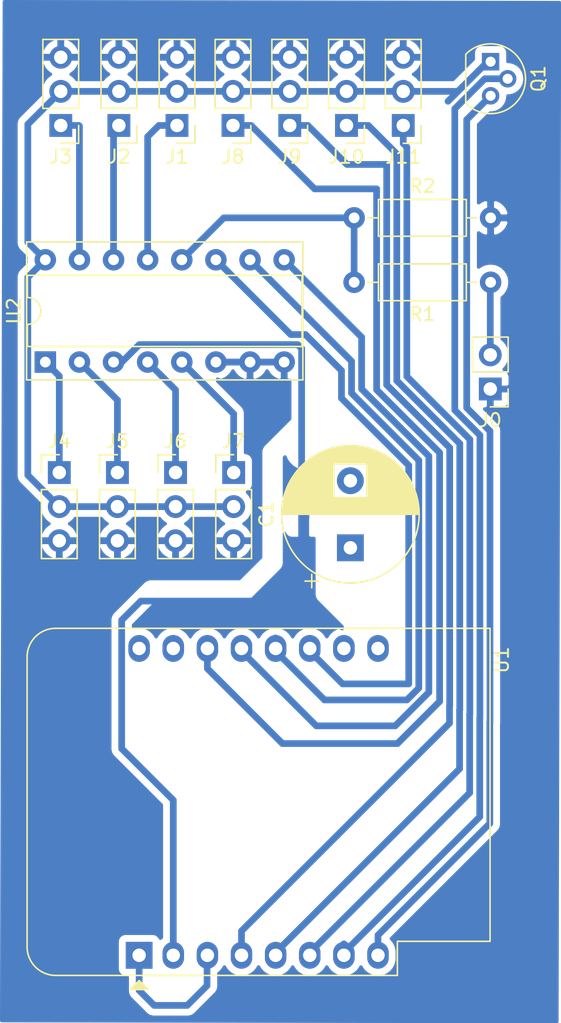
<source format=kicad_pcb>
(kicad_pcb (version 20171130) (host pcbnew "(5.1.4)-1")

  (general
    (thickness 1.6)
    (drawings 0)
    (tracks 148)
    (zones 0)
    (modules 18)
    (nets 26)
  )

  (page A4)
  (layers
    (0 F.Cu signal)
    (31 B.Cu signal)
    (32 B.Adhes user)
    (33 F.Adhes user)
    (34 B.Paste user)
    (35 F.Paste user)
    (36 B.SilkS user)
    (37 F.SilkS user)
    (38 B.Mask user)
    (39 F.Mask user)
    (40 Dwgs.User user)
    (41 Cmts.User user)
    (42 Eco1.User user)
    (43 Eco2.User user)
    (44 Edge.Cuts user)
    (45 Margin user)
    (46 B.CrtYd user)
    (47 F.CrtYd user)
    (48 B.Fab user)
    (49 F.Fab user)
  )

  (setup
    (last_trace_width 0.5)
    (trace_clearance 0.25)
    (zone_clearance 0.508)
    (zone_45_only no)
    (trace_min 0.4)
    (via_size 0.8)
    (via_drill 0.4)
    (via_min_size 0.4)
    (via_min_drill 0.3)
    (uvia_size 0.3)
    (uvia_drill 0.1)
    (uvias_allowed no)
    (uvia_min_size 0.2)
    (uvia_min_drill 0.1)
    (edge_width 0.05)
    (segment_width 0.2)
    (pcb_text_width 0.3)
    (pcb_text_size 1.5 1.5)
    (mod_edge_width 0.12)
    (mod_text_size 1 1)
    (mod_text_width 0.15)
    (pad_size 1.524 1.524)
    (pad_drill 0.762)
    (pad_to_mask_clearance 0.051)
    (solder_mask_min_width 0.25)
    (aux_axis_origin 0 0)
    (visible_elements 7FFFEFFF)
    (pcbplotparams
      (layerselection 0x010fc_ffffffff)
      (usegerberextensions false)
      (usegerberattributes false)
      (usegerberadvancedattributes false)
      (creategerberjobfile false)
      (excludeedgelayer true)
      (linewidth 0.100000)
      (plotframeref false)
      (viasonmask false)
      (mode 1)
      (useauxorigin false)
      (hpglpennumber 1)
      (hpglpenspeed 20)
      (hpglpendiameter 15.000000)
      (psnegative false)
      (psa4output false)
      (plotreference true)
      (plotvalue true)
      (plotinvisibletext false)
      (padsonsilk false)
      (subtractmaskfromsilk false)
      (outputformat 1)
      (mirror false)
      (drillshape 1)
      (scaleselection 1)
      (outputdirectory ""))
  )

  (net 0 "")
  (net 1 "Net-(U1-Pad1)")
  (net 2 "Net-(U1-Pad15)")
  (net 3 "Net-(U1-Pad16)")
  (net 4 X1)
  (net 5 S_PWR+)
  (net 6 X0)
  (net 7 SENSORS_EN)
  (net 8 +3V3)
  (net 9 X2)
  (net 10 BATT+)
  (net 11 MUX-S0)
  (net 12 MUX-S1)
  (net 13 MUX-S2)
  (net 14 GND)
  (net 15 MUX-OUT)
  (net 16 X3)
  (net 17 X5)
  (net 18 X4)
  (net 19 X7)
  (net 20 X6)
  (net 21 "Net-(J0-Pad2)")
  (net 22 DO-1)
  (net 23 DO-2)
  (net 24 DO-3)
  (net 25 DO-4)

  (net_class Default "This is the default net class."
    (clearance 0.25)
    (trace_width 0.5)
    (via_dia 0.8)
    (via_drill 0.4)
    (uvia_dia 0.3)
    (uvia_drill 0.1)
    (diff_pair_width 0.4)
    (diff_pair_gap 0.25)
    (add_net +3V3)
    (add_net BATT+)
    (add_net DO-1)
    (add_net DO-2)
    (add_net DO-3)
    (add_net DO-4)
    (add_net GND)
    (add_net MUX-OUT)
    (add_net MUX-S0)
    (add_net MUX-S1)
    (add_net MUX-S2)
    (add_net "Net-(J0-Pad2)")
    (add_net "Net-(U1-Pad1)")
    (add_net "Net-(U1-Pad15)")
    (add_net "Net-(U1-Pad16)")
    (add_net SENSORS_EN)
    (add_net S_PWR+)
    (add_net X0)
    (add_net X1)
    (add_net X2)
    (add_net X3)
    (add_net X4)
    (add_net X5)
    (add_net X6)
    (add_net X7)
  )

  (module Capacitor_THT:CP_Radial_D10.0mm_P5.00mm (layer F.Cu) (tedit 5AE50EF1) (tstamp 60CF8632)
    (at 124.0282 112.2388 90)
    (descr "CP, Radial series, Radial, pin pitch=5.00mm, , diameter=10mm, Electrolytic Capacitor")
    (tags "CP Radial series Radial pin pitch 5.00mm  diameter 10mm Electrolytic Capacitor")
    (path /60D30A94)
    (fp_text reference C1 (at 2.5 -6.25 90) (layer F.SilkS)
      (effects (font (size 1 1) (thickness 0.15)))
    )
    (fp_text value C (at 2.5 6.25 90) (layer F.Fab)
      (effects (font (size 1 1) (thickness 0.15)))
    )
    (fp_circle (center 2.5 0) (end 7.5 0) (layer F.Fab) (width 0.1))
    (fp_circle (center 2.5 0) (end 7.62 0) (layer F.SilkS) (width 0.12))
    (fp_circle (center 2.5 0) (end 7.75 0) (layer F.CrtYd) (width 0.05))
    (fp_line (start -1.788861 -2.1875) (end -0.788861 -2.1875) (layer F.Fab) (width 0.1))
    (fp_line (start -1.288861 -2.6875) (end -1.288861 -1.6875) (layer F.Fab) (width 0.1))
    (fp_line (start 2.5 -5.08) (end 2.5 5.08) (layer F.SilkS) (width 0.12))
    (fp_line (start 2.54 -5.08) (end 2.54 5.08) (layer F.SilkS) (width 0.12))
    (fp_line (start 2.58 -5.08) (end 2.58 5.08) (layer F.SilkS) (width 0.12))
    (fp_line (start 2.62 -5.079) (end 2.62 5.079) (layer F.SilkS) (width 0.12))
    (fp_line (start 2.66 -5.078) (end 2.66 5.078) (layer F.SilkS) (width 0.12))
    (fp_line (start 2.7 -5.077) (end 2.7 5.077) (layer F.SilkS) (width 0.12))
    (fp_line (start 2.74 -5.075) (end 2.74 5.075) (layer F.SilkS) (width 0.12))
    (fp_line (start 2.78 -5.073) (end 2.78 5.073) (layer F.SilkS) (width 0.12))
    (fp_line (start 2.82 -5.07) (end 2.82 5.07) (layer F.SilkS) (width 0.12))
    (fp_line (start 2.86 -5.068) (end 2.86 5.068) (layer F.SilkS) (width 0.12))
    (fp_line (start 2.9 -5.065) (end 2.9 5.065) (layer F.SilkS) (width 0.12))
    (fp_line (start 2.94 -5.062) (end 2.94 5.062) (layer F.SilkS) (width 0.12))
    (fp_line (start 2.98 -5.058) (end 2.98 5.058) (layer F.SilkS) (width 0.12))
    (fp_line (start 3.02 -5.054) (end 3.02 5.054) (layer F.SilkS) (width 0.12))
    (fp_line (start 3.06 -5.05) (end 3.06 5.05) (layer F.SilkS) (width 0.12))
    (fp_line (start 3.1 -5.045) (end 3.1 5.045) (layer F.SilkS) (width 0.12))
    (fp_line (start 3.14 -5.04) (end 3.14 5.04) (layer F.SilkS) (width 0.12))
    (fp_line (start 3.18 -5.035) (end 3.18 5.035) (layer F.SilkS) (width 0.12))
    (fp_line (start 3.221 -5.03) (end 3.221 5.03) (layer F.SilkS) (width 0.12))
    (fp_line (start 3.261 -5.024) (end 3.261 5.024) (layer F.SilkS) (width 0.12))
    (fp_line (start 3.301 -5.018) (end 3.301 5.018) (layer F.SilkS) (width 0.12))
    (fp_line (start 3.341 -5.011) (end 3.341 5.011) (layer F.SilkS) (width 0.12))
    (fp_line (start 3.381 -5.004) (end 3.381 5.004) (layer F.SilkS) (width 0.12))
    (fp_line (start 3.421 -4.997) (end 3.421 4.997) (layer F.SilkS) (width 0.12))
    (fp_line (start 3.461 -4.99) (end 3.461 4.99) (layer F.SilkS) (width 0.12))
    (fp_line (start 3.501 -4.982) (end 3.501 4.982) (layer F.SilkS) (width 0.12))
    (fp_line (start 3.541 -4.974) (end 3.541 4.974) (layer F.SilkS) (width 0.12))
    (fp_line (start 3.581 -4.965) (end 3.581 4.965) (layer F.SilkS) (width 0.12))
    (fp_line (start 3.621 -4.956) (end 3.621 4.956) (layer F.SilkS) (width 0.12))
    (fp_line (start 3.661 -4.947) (end 3.661 4.947) (layer F.SilkS) (width 0.12))
    (fp_line (start 3.701 -4.938) (end 3.701 4.938) (layer F.SilkS) (width 0.12))
    (fp_line (start 3.741 -4.928) (end 3.741 4.928) (layer F.SilkS) (width 0.12))
    (fp_line (start 3.781 -4.918) (end 3.781 -1.241) (layer F.SilkS) (width 0.12))
    (fp_line (start 3.781 1.241) (end 3.781 4.918) (layer F.SilkS) (width 0.12))
    (fp_line (start 3.821 -4.907) (end 3.821 -1.241) (layer F.SilkS) (width 0.12))
    (fp_line (start 3.821 1.241) (end 3.821 4.907) (layer F.SilkS) (width 0.12))
    (fp_line (start 3.861 -4.897) (end 3.861 -1.241) (layer F.SilkS) (width 0.12))
    (fp_line (start 3.861 1.241) (end 3.861 4.897) (layer F.SilkS) (width 0.12))
    (fp_line (start 3.901 -4.885) (end 3.901 -1.241) (layer F.SilkS) (width 0.12))
    (fp_line (start 3.901 1.241) (end 3.901 4.885) (layer F.SilkS) (width 0.12))
    (fp_line (start 3.941 -4.874) (end 3.941 -1.241) (layer F.SilkS) (width 0.12))
    (fp_line (start 3.941 1.241) (end 3.941 4.874) (layer F.SilkS) (width 0.12))
    (fp_line (start 3.981 -4.862) (end 3.981 -1.241) (layer F.SilkS) (width 0.12))
    (fp_line (start 3.981 1.241) (end 3.981 4.862) (layer F.SilkS) (width 0.12))
    (fp_line (start 4.021 -4.85) (end 4.021 -1.241) (layer F.SilkS) (width 0.12))
    (fp_line (start 4.021 1.241) (end 4.021 4.85) (layer F.SilkS) (width 0.12))
    (fp_line (start 4.061 -4.837) (end 4.061 -1.241) (layer F.SilkS) (width 0.12))
    (fp_line (start 4.061 1.241) (end 4.061 4.837) (layer F.SilkS) (width 0.12))
    (fp_line (start 4.101 -4.824) (end 4.101 -1.241) (layer F.SilkS) (width 0.12))
    (fp_line (start 4.101 1.241) (end 4.101 4.824) (layer F.SilkS) (width 0.12))
    (fp_line (start 4.141 -4.811) (end 4.141 -1.241) (layer F.SilkS) (width 0.12))
    (fp_line (start 4.141 1.241) (end 4.141 4.811) (layer F.SilkS) (width 0.12))
    (fp_line (start 4.181 -4.797) (end 4.181 -1.241) (layer F.SilkS) (width 0.12))
    (fp_line (start 4.181 1.241) (end 4.181 4.797) (layer F.SilkS) (width 0.12))
    (fp_line (start 4.221 -4.783) (end 4.221 -1.241) (layer F.SilkS) (width 0.12))
    (fp_line (start 4.221 1.241) (end 4.221 4.783) (layer F.SilkS) (width 0.12))
    (fp_line (start 4.261 -4.768) (end 4.261 -1.241) (layer F.SilkS) (width 0.12))
    (fp_line (start 4.261 1.241) (end 4.261 4.768) (layer F.SilkS) (width 0.12))
    (fp_line (start 4.301 -4.754) (end 4.301 -1.241) (layer F.SilkS) (width 0.12))
    (fp_line (start 4.301 1.241) (end 4.301 4.754) (layer F.SilkS) (width 0.12))
    (fp_line (start 4.341 -4.738) (end 4.341 -1.241) (layer F.SilkS) (width 0.12))
    (fp_line (start 4.341 1.241) (end 4.341 4.738) (layer F.SilkS) (width 0.12))
    (fp_line (start 4.381 -4.723) (end 4.381 -1.241) (layer F.SilkS) (width 0.12))
    (fp_line (start 4.381 1.241) (end 4.381 4.723) (layer F.SilkS) (width 0.12))
    (fp_line (start 4.421 -4.707) (end 4.421 -1.241) (layer F.SilkS) (width 0.12))
    (fp_line (start 4.421 1.241) (end 4.421 4.707) (layer F.SilkS) (width 0.12))
    (fp_line (start 4.461 -4.69) (end 4.461 -1.241) (layer F.SilkS) (width 0.12))
    (fp_line (start 4.461 1.241) (end 4.461 4.69) (layer F.SilkS) (width 0.12))
    (fp_line (start 4.501 -4.674) (end 4.501 -1.241) (layer F.SilkS) (width 0.12))
    (fp_line (start 4.501 1.241) (end 4.501 4.674) (layer F.SilkS) (width 0.12))
    (fp_line (start 4.541 -4.657) (end 4.541 -1.241) (layer F.SilkS) (width 0.12))
    (fp_line (start 4.541 1.241) (end 4.541 4.657) (layer F.SilkS) (width 0.12))
    (fp_line (start 4.581 -4.639) (end 4.581 -1.241) (layer F.SilkS) (width 0.12))
    (fp_line (start 4.581 1.241) (end 4.581 4.639) (layer F.SilkS) (width 0.12))
    (fp_line (start 4.621 -4.621) (end 4.621 -1.241) (layer F.SilkS) (width 0.12))
    (fp_line (start 4.621 1.241) (end 4.621 4.621) (layer F.SilkS) (width 0.12))
    (fp_line (start 4.661 -4.603) (end 4.661 -1.241) (layer F.SilkS) (width 0.12))
    (fp_line (start 4.661 1.241) (end 4.661 4.603) (layer F.SilkS) (width 0.12))
    (fp_line (start 4.701 -4.584) (end 4.701 -1.241) (layer F.SilkS) (width 0.12))
    (fp_line (start 4.701 1.241) (end 4.701 4.584) (layer F.SilkS) (width 0.12))
    (fp_line (start 4.741 -4.564) (end 4.741 -1.241) (layer F.SilkS) (width 0.12))
    (fp_line (start 4.741 1.241) (end 4.741 4.564) (layer F.SilkS) (width 0.12))
    (fp_line (start 4.781 -4.545) (end 4.781 -1.241) (layer F.SilkS) (width 0.12))
    (fp_line (start 4.781 1.241) (end 4.781 4.545) (layer F.SilkS) (width 0.12))
    (fp_line (start 4.821 -4.525) (end 4.821 -1.241) (layer F.SilkS) (width 0.12))
    (fp_line (start 4.821 1.241) (end 4.821 4.525) (layer F.SilkS) (width 0.12))
    (fp_line (start 4.861 -4.504) (end 4.861 -1.241) (layer F.SilkS) (width 0.12))
    (fp_line (start 4.861 1.241) (end 4.861 4.504) (layer F.SilkS) (width 0.12))
    (fp_line (start 4.901 -4.483) (end 4.901 -1.241) (layer F.SilkS) (width 0.12))
    (fp_line (start 4.901 1.241) (end 4.901 4.483) (layer F.SilkS) (width 0.12))
    (fp_line (start 4.941 -4.462) (end 4.941 -1.241) (layer F.SilkS) (width 0.12))
    (fp_line (start 4.941 1.241) (end 4.941 4.462) (layer F.SilkS) (width 0.12))
    (fp_line (start 4.981 -4.44) (end 4.981 -1.241) (layer F.SilkS) (width 0.12))
    (fp_line (start 4.981 1.241) (end 4.981 4.44) (layer F.SilkS) (width 0.12))
    (fp_line (start 5.021 -4.417) (end 5.021 -1.241) (layer F.SilkS) (width 0.12))
    (fp_line (start 5.021 1.241) (end 5.021 4.417) (layer F.SilkS) (width 0.12))
    (fp_line (start 5.061 -4.395) (end 5.061 -1.241) (layer F.SilkS) (width 0.12))
    (fp_line (start 5.061 1.241) (end 5.061 4.395) (layer F.SilkS) (width 0.12))
    (fp_line (start 5.101 -4.371) (end 5.101 -1.241) (layer F.SilkS) (width 0.12))
    (fp_line (start 5.101 1.241) (end 5.101 4.371) (layer F.SilkS) (width 0.12))
    (fp_line (start 5.141 -4.347) (end 5.141 -1.241) (layer F.SilkS) (width 0.12))
    (fp_line (start 5.141 1.241) (end 5.141 4.347) (layer F.SilkS) (width 0.12))
    (fp_line (start 5.181 -4.323) (end 5.181 -1.241) (layer F.SilkS) (width 0.12))
    (fp_line (start 5.181 1.241) (end 5.181 4.323) (layer F.SilkS) (width 0.12))
    (fp_line (start 5.221 -4.298) (end 5.221 -1.241) (layer F.SilkS) (width 0.12))
    (fp_line (start 5.221 1.241) (end 5.221 4.298) (layer F.SilkS) (width 0.12))
    (fp_line (start 5.261 -4.273) (end 5.261 -1.241) (layer F.SilkS) (width 0.12))
    (fp_line (start 5.261 1.241) (end 5.261 4.273) (layer F.SilkS) (width 0.12))
    (fp_line (start 5.301 -4.247) (end 5.301 -1.241) (layer F.SilkS) (width 0.12))
    (fp_line (start 5.301 1.241) (end 5.301 4.247) (layer F.SilkS) (width 0.12))
    (fp_line (start 5.341 -4.221) (end 5.341 -1.241) (layer F.SilkS) (width 0.12))
    (fp_line (start 5.341 1.241) (end 5.341 4.221) (layer F.SilkS) (width 0.12))
    (fp_line (start 5.381 -4.194) (end 5.381 -1.241) (layer F.SilkS) (width 0.12))
    (fp_line (start 5.381 1.241) (end 5.381 4.194) (layer F.SilkS) (width 0.12))
    (fp_line (start 5.421 -4.166) (end 5.421 -1.241) (layer F.SilkS) (width 0.12))
    (fp_line (start 5.421 1.241) (end 5.421 4.166) (layer F.SilkS) (width 0.12))
    (fp_line (start 5.461 -4.138) (end 5.461 -1.241) (layer F.SilkS) (width 0.12))
    (fp_line (start 5.461 1.241) (end 5.461 4.138) (layer F.SilkS) (width 0.12))
    (fp_line (start 5.501 -4.11) (end 5.501 -1.241) (layer F.SilkS) (width 0.12))
    (fp_line (start 5.501 1.241) (end 5.501 4.11) (layer F.SilkS) (width 0.12))
    (fp_line (start 5.541 -4.08) (end 5.541 -1.241) (layer F.SilkS) (width 0.12))
    (fp_line (start 5.541 1.241) (end 5.541 4.08) (layer F.SilkS) (width 0.12))
    (fp_line (start 5.581 -4.05) (end 5.581 -1.241) (layer F.SilkS) (width 0.12))
    (fp_line (start 5.581 1.241) (end 5.581 4.05) (layer F.SilkS) (width 0.12))
    (fp_line (start 5.621 -4.02) (end 5.621 -1.241) (layer F.SilkS) (width 0.12))
    (fp_line (start 5.621 1.241) (end 5.621 4.02) (layer F.SilkS) (width 0.12))
    (fp_line (start 5.661 -3.989) (end 5.661 -1.241) (layer F.SilkS) (width 0.12))
    (fp_line (start 5.661 1.241) (end 5.661 3.989) (layer F.SilkS) (width 0.12))
    (fp_line (start 5.701 -3.957) (end 5.701 -1.241) (layer F.SilkS) (width 0.12))
    (fp_line (start 5.701 1.241) (end 5.701 3.957) (layer F.SilkS) (width 0.12))
    (fp_line (start 5.741 -3.925) (end 5.741 -1.241) (layer F.SilkS) (width 0.12))
    (fp_line (start 5.741 1.241) (end 5.741 3.925) (layer F.SilkS) (width 0.12))
    (fp_line (start 5.781 -3.892) (end 5.781 -1.241) (layer F.SilkS) (width 0.12))
    (fp_line (start 5.781 1.241) (end 5.781 3.892) (layer F.SilkS) (width 0.12))
    (fp_line (start 5.821 -3.858) (end 5.821 -1.241) (layer F.SilkS) (width 0.12))
    (fp_line (start 5.821 1.241) (end 5.821 3.858) (layer F.SilkS) (width 0.12))
    (fp_line (start 5.861 -3.824) (end 5.861 -1.241) (layer F.SilkS) (width 0.12))
    (fp_line (start 5.861 1.241) (end 5.861 3.824) (layer F.SilkS) (width 0.12))
    (fp_line (start 5.901 -3.789) (end 5.901 -1.241) (layer F.SilkS) (width 0.12))
    (fp_line (start 5.901 1.241) (end 5.901 3.789) (layer F.SilkS) (width 0.12))
    (fp_line (start 5.941 -3.753) (end 5.941 -1.241) (layer F.SilkS) (width 0.12))
    (fp_line (start 5.941 1.241) (end 5.941 3.753) (layer F.SilkS) (width 0.12))
    (fp_line (start 5.981 -3.716) (end 5.981 -1.241) (layer F.SilkS) (width 0.12))
    (fp_line (start 5.981 1.241) (end 5.981 3.716) (layer F.SilkS) (width 0.12))
    (fp_line (start 6.021 -3.679) (end 6.021 -1.241) (layer F.SilkS) (width 0.12))
    (fp_line (start 6.021 1.241) (end 6.021 3.679) (layer F.SilkS) (width 0.12))
    (fp_line (start 6.061 -3.64) (end 6.061 -1.241) (layer F.SilkS) (width 0.12))
    (fp_line (start 6.061 1.241) (end 6.061 3.64) (layer F.SilkS) (width 0.12))
    (fp_line (start 6.101 -3.601) (end 6.101 -1.241) (layer F.SilkS) (width 0.12))
    (fp_line (start 6.101 1.241) (end 6.101 3.601) (layer F.SilkS) (width 0.12))
    (fp_line (start 6.141 -3.561) (end 6.141 -1.241) (layer F.SilkS) (width 0.12))
    (fp_line (start 6.141 1.241) (end 6.141 3.561) (layer F.SilkS) (width 0.12))
    (fp_line (start 6.181 -3.52) (end 6.181 -1.241) (layer F.SilkS) (width 0.12))
    (fp_line (start 6.181 1.241) (end 6.181 3.52) (layer F.SilkS) (width 0.12))
    (fp_line (start 6.221 -3.478) (end 6.221 -1.241) (layer F.SilkS) (width 0.12))
    (fp_line (start 6.221 1.241) (end 6.221 3.478) (layer F.SilkS) (width 0.12))
    (fp_line (start 6.261 -3.436) (end 6.261 3.436) (layer F.SilkS) (width 0.12))
    (fp_line (start 6.301 -3.392) (end 6.301 3.392) (layer F.SilkS) (width 0.12))
    (fp_line (start 6.341 -3.347) (end 6.341 3.347) (layer F.SilkS) (width 0.12))
    (fp_line (start 6.381 -3.301) (end 6.381 3.301) (layer F.SilkS) (width 0.12))
    (fp_line (start 6.421 -3.254) (end 6.421 3.254) (layer F.SilkS) (width 0.12))
    (fp_line (start 6.461 -3.206) (end 6.461 3.206) (layer F.SilkS) (width 0.12))
    (fp_line (start 6.501 -3.156) (end 6.501 3.156) (layer F.SilkS) (width 0.12))
    (fp_line (start 6.541 -3.106) (end 6.541 3.106) (layer F.SilkS) (width 0.12))
    (fp_line (start 6.581 -3.054) (end 6.581 3.054) (layer F.SilkS) (width 0.12))
    (fp_line (start 6.621 -3) (end 6.621 3) (layer F.SilkS) (width 0.12))
    (fp_line (start 6.661 -2.945) (end 6.661 2.945) (layer F.SilkS) (width 0.12))
    (fp_line (start 6.701 -2.889) (end 6.701 2.889) (layer F.SilkS) (width 0.12))
    (fp_line (start 6.741 -2.83) (end 6.741 2.83) (layer F.SilkS) (width 0.12))
    (fp_line (start 6.781 -2.77) (end 6.781 2.77) (layer F.SilkS) (width 0.12))
    (fp_line (start 6.821 -2.709) (end 6.821 2.709) (layer F.SilkS) (width 0.12))
    (fp_line (start 6.861 -2.645) (end 6.861 2.645) (layer F.SilkS) (width 0.12))
    (fp_line (start 6.901 -2.579) (end 6.901 2.579) (layer F.SilkS) (width 0.12))
    (fp_line (start 6.941 -2.51) (end 6.941 2.51) (layer F.SilkS) (width 0.12))
    (fp_line (start 6.981 -2.439) (end 6.981 2.439) (layer F.SilkS) (width 0.12))
    (fp_line (start 7.021 -2.365) (end 7.021 2.365) (layer F.SilkS) (width 0.12))
    (fp_line (start 7.061 -2.289) (end 7.061 2.289) (layer F.SilkS) (width 0.12))
    (fp_line (start 7.101 -2.209) (end 7.101 2.209) (layer F.SilkS) (width 0.12))
    (fp_line (start 7.141 -2.125) (end 7.141 2.125) (layer F.SilkS) (width 0.12))
    (fp_line (start 7.181 -2.037) (end 7.181 2.037) (layer F.SilkS) (width 0.12))
    (fp_line (start 7.221 -1.944) (end 7.221 1.944) (layer F.SilkS) (width 0.12))
    (fp_line (start 7.261 -1.846) (end 7.261 1.846) (layer F.SilkS) (width 0.12))
    (fp_line (start 7.301 -1.742) (end 7.301 1.742) (layer F.SilkS) (width 0.12))
    (fp_line (start 7.341 -1.63) (end 7.341 1.63) (layer F.SilkS) (width 0.12))
    (fp_line (start 7.381 -1.51) (end 7.381 1.51) (layer F.SilkS) (width 0.12))
    (fp_line (start 7.421 -1.378) (end 7.421 1.378) (layer F.SilkS) (width 0.12))
    (fp_line (start 7.461 -1.23) (end 7.461 1.23) (layer F.SilkS) (width 0.12))
    (fp_line (start 7.501 -1.062) (end 7.501 1.062) (layer F.SilkS) (width 0.12))
    (fp_line (start 7.541 -0.862) (end 7.541 0.862) (layer F.SilkS) (width 0.12))
    (fp_line (start 7.581 -0.599) (end 7.581 0.599) (layer F.SilkS) (width 0.12))
    (fp_line (start -2.979646 -2.875) (end -1.979646 -2.875) (layer F.SilkS) (width 0.12))
    (fp_line (start -2.479646 -3.375) (end -2.479646 -2.375) (layer F.SilkS) (width 0.12))
    (fp_text user %R (at 2.5 0 90) (layer F.Fab)
      (effects (font (size 1 1) (thickness 0.15)))
    )
    (pad 1 thru_hole rect (at 0 0 90) (size 2 2) (drill 1) (layers *.Cu *.Mask)
      (net 14 GND))
    (pad 2 thru_hole circle (at 5 0 90) (size 2 2) (drill 1) (layers *.Cu *.Mask)
      (net 10 BATT+))
    (model ${KISYS3DMOD}/Capacitor_THT.3dshapes/CP_Radial_D10.0mm_P5.00mm.wrl
      (at (xyz 0 0 0))
      (scale (xyz 1 1 1))
      (rotate (xyz 0 0 0))
    )
  )

  (module Package_DIP:DIP-16_W7.62mm_Socket (layer F.Cu) (tedit 5A02E8C5) (tstamp 60CF7329)
    (at 101.3206 98.3996 90)
    (descr "16-lead though-hole mounted DIP package, row spacing 7.62 mm (300 mils), Socket")
    (tags "THT DIP DIL PDIP 2.54mm 7.62mm 300mil Socket")
    (path /60CF08B7)
    (fp_text reference U2 (at 3.81 -2.33 90) (layer F.SilkS)
      (effects (font (size 1 1) (thickness 0.15)))
    )
    (fp_text value CD4051B (at 3.81 20.11 90) (layer F.Fab)
      (effects (font (size 1 1) (thickness 0.15)))
    )
    (fp_arc (start 3.81 -1.33) (end 2.81 -1.33) (angle -180) (layer F.SilkS) (width 0.12))
    (fp_line (start 1.635 -1.27) (end 6.985 -1.27) (layer F.Fab) (width 0.1))
    (fp_line (start 6.985 -1.27) (end 6.985 19.05) (layer F.Fab) (width 0.1))
    (fp_line (start 6.985 19.05) (end 0.635 19.05) (layer F.Fab) (width 0.1))
    (fp_line (start 0.635 19.05) (end 0.635 -0.27) (layer F.Fab) (width 0.1))
    (fp_line (start 0.635 -0.27) (end 1.635 -1.27) (layer F.Fab) (width 0.1))
    (fp_line (start -1.27 -1.33) (end -1.27 19.11) (layer F.Fab) (width 0.1))
    (fp_line (start -1.27 19.11) (end 8.89 19.11) (layer F.Fab) (width 0.1))
    (fp_line (start 8.89 19.11) (end 8.89 -1.33) (layer F.Fab) (width 0.1))
    (fp_line (start 8.89 -1.33) (end -1.27 -1.33) (layer F.Fab) (width 0.1))
    (fp_line (start 2.81 -1.33) (end 1.16 -1.33) (layer F.SilkS) (width 0.12))
    (fp_line (start 1.16 -1.33) (end 1.16 19.11) (layer F.SilkS) (width 0.12))
    (fp_line (start 1.16 19.11) (end 6.46 19.11) (layer F.SilkS) (width 0.12))
    (fp_line (start 6.46 19.11) (end 6.46 -1.33) (layer F.SilkS) (width 0.12))
    (fp_line (start 6.46 -1.33) (end 4.81 -1.33) (layer F.SilkS) (width 0.12))
    (fp_line (start -1.33 -1.39) (end -1.33 19.17) (layer F.SilkS) (width 0.12))
    (fp_line (start -1.33 19.17) (end 8.95 19.17) (layer F.SilkS) (width 0.12))
    (fp_line (start 8.95 19.17) (end 8.95 -1.39) (layer F.SilkS) (width 0.12))
    (fp_line (start 8.95 -1.39) (end -1.33 -1.39) (layer F.SilkS) (width 0.12))
    (fp_line (start -1.55 -1.6) (end -1.55 19.4) (layer F.CrtYd) (width 0.05))
    (fp_line (start -1.55 19.4) (end 9.15 19.4) (layer F.CrtYd) (width 0.05))
    (fp_line (start 9.15 19.4) (end 9.15 -1.6) (layer F.CrtYd) (width 0.05))
    (fp_line (start 9.15 -1.6) (end -1.55 -1.6) (layer F.CrtYd) (width 0.05))
    (fp_text user %R (at 3.81 8.89 90) (layer F.Fab)
      (effects (font (size 1 1) (thickness 0.15)))
    )
    (pad 1 thru_hole rect (at 0 0 90) (size 1.6 1.6) (drill 0.8) (layers *.Cu *.Mask)
      (net 18 X4))
    (pad 9 thru_hole oval (at 7.62 17.78 90) (size 1.6 1.6) (drill 0.8) (layers *.Cu *.Mask)
      (net 13 MUX-S2))
    (pad 2 thru_hole oval (at 0 2.54 90) (size 1.6 1.6) (drill 0.8) (layers *.Cu *.Mask)
      (net 17 X5))
    (pad 10 thru_hole oval (at 7.62 15.24 90) (size 1.6 1.6) (drill 0.8) (layers *.Cu *.Mask)
      (net 12 MUX-S1))
    (pad 3 thru_hole oval (at 0 5.08 90) (size 1.6 1.6) (drill 0.8) (layers *.Cu *.Mask)
      (net 15 MUX-OUT))
    (pad 11 thru_hole oval (at 7.62 12.7 90) (size 1.6 1.6) (drill 0.8) (layers *.Cu *.Mask)
      (net 11 MUX-S0))
    (pad 4 thru_hole oval (at 0 7.62 90) (size 1.6 1.6) (drill 0.8) (layers *.Cu *.Mask)
      (net 20 X6))
    (pad 12 thru_hole oval (at 7.62 10.16 90) (size 1.6 1.6) (drill 0.8) (layers *.Cu *.Mask)
      (net 6 X0))
    (pad 5 thru_hole oval (at 0 10.16 90) (size 1.6 1.6) (drill 0.8) (layers *.Cu *.Mask)
      (net 19 X7))
    (pad 13 thru_hole oval (at 7.62 7.62 90) (size 1.6 1.6) (drill 0.8) (layers *.Cu *.Mask)
      (net 4 X1))
    (pad 6 thru_hole oval (at 0 12.7 90) (size 1.6 1.6) (drill 0.8) (layers *.Cu *.Mask)
      (net 14 GND))
    (pad 14 thru_hole oval (at 7.62 5.08 90) (size 1.6 1.6) (drill 0.8) (layers *.Cu *.Mask)
      (net 9 X2))
    (pad 7 thru_hole oval (at 0 15.24 90) (size 1.6 1.6) (drill 0.8) (layers *.Cu *.Mask)
      (net 14 GND))
    (pad 15 thru_hole oval (at 7.62 2.54 90) (size 1.6 1.6) (drill 0.8) (layers *.Cu *.Mask)
      (net 16 X3))
    (pad 8 thru_hole oval (at 0 17.78 90) (size 1.6 1.6) (drill 0.8) (layers *.Cu *.Mask)
      (net 14 GND))
    (pad 16 thru_hole oval (at 7.62 0 90) (size 1.6 1.6) (drill 0.8) (layers *.Cu *.Mask)
      (net 5 S_PWR+))
    (model ${KISYS3DMOD}/Package_DIP.3dshapes/DIP-16_W7.62mm_Socket.wrl
      (at (xyz 0 0 0))
      (scale (xyz 1 1 1))
      (rotate (xyz 0 0 0))
    )
  )

  (module Module:WEMOS_D1_mini_light (layer F.Cu) (tedit 5BBFB1CE) (tstamp 60C64B6E)
    (at 108.3056 142.5956 90)
    (descr "16-pin module, column spacing 22.86 mm (900 mils), https://wiki.wemos.cc/products:d1:d1_mini, https://c1.staticflickr.com/1/734/31400410271_f278b087db_z.jpg")
    (tags "ESP8266 WiFi microcontroller")
    (path /60C605BE)
    (fp_text reference U1 (at 22 27 90) (layer F.SilkS)
      (effects (font (size 1 1) (thickness 0.15)))
    )
    (fp_text value WeMos_D1_mini (at 11.7 0 90) (layer F.Fab)
      (effects (font (size 1 1) (thickness 0.15)))
    )
    (fp_line (start 1.04 26.12) (end 24.36 26.12) (layer F.SilkS) (width 0.12))
    (fp_line (start -1.5 19.22) (end -1.5 -6.21) (layer F.SilkS) (width 0.12))
    (fp_line (start 24.36 26.12) (end 24.36 -6.21) (layer F.SilkS) (width 0.12))
    (fp_line (start 22.24 -8.34) (end 0.63 -8.34) (layer F.SilkS) (width 0.12))
    (fp_line (start 1.17 25.99) (end 24.23 25.99) (layer F.Fab) (width 0.1))
    (fp_line (start 24.23 25.99) (end 24.23 -6.21) (layer F.Fab) (width 0.1))
    (fp_line (start 22.23 -8.21) (end 0.63 -8.21) (layer F.Fab) (width 0.1))
    (fp_line (start -1.37 1) (end -1.37 19.09) (layer F.Fab) (width 0.1))
    (fp_text user %R (at 11.43 10 90) (layer F.Fab)
      (effects (font (size 1 1) (thickness 0.15)))
    )
    (fp_line (start -1.62 -8.46) (end 24.48 -8.46) (layer F.CrtYd) (width 0.05))
    (fp_line (start 24.48 -8.41) (end 24.48 26.24) (layer F.CrtYd) (width 0.05))
    (fp_line (start 24.48 26.24) (end -1.62 26.24) (layer F.CrtYd) (width 0.05))
    (fp_line (start -1.62 26.24) (end -1.62 -8.46) (layer F.CrtYd) (width 0.05))
    (fp_poly (pts (xy -2.54 -0.635) (xy -2.54 0.635) (xy -1.905 0)) (layer F.SilkS) (width 0.15))
    (fp_line (start -1.35 -1.4) (end 24.25 -1.4) (layer Dwgs.User) (width 0.1))
    (fp_line (start 24.25 -1.4) (end 24.25 -8.2) (layer Dwgs.User) (width 0.1))
    (fp_line (start 24.25 -8.2) (end -1.35 -8.2) (layer Dwgs.User) (width 0.1))
    (fp_line (start -1.35 -8.2) (end -1.35 -1.4) (layer Dwgs.User) (width 0.1))
    (fp_line (start -1.35 -1.4) (end 5.45 -8.2) (layer Dwgs.User) (width 0.1))
    (fp_line (start 0.65 -1.4) (end 7.45 -8.2) (layer Dwgs.User) (width 0.1))
    (fp_line (start 2.65 -1.4) (end 9.45 -8.2) (layer Dwgs.User) (width 0.1))
    (fp_line (start 4.65 -1.4) (end 11.45 -8.2) (layer Dwgs.User) (width 0.1))
    (fp_line (start 6.65 -1.4) (end 13.45 -8.2) (layer Dwgs.User) (width 0.1))
    (fp_line (start 8.65 -1.4) (end 15.45 -8.2) (layer Dwgs.User) (width 0.1))
    (fp_line (start 10.65 -1.4) (end 17.45 -8.2) (layer Dwgs.User) (width 0.1))
    (fp_line (start 12.65 -1.4) (end 19.45 -8.2) (layer Dwgs.User) (width 0.1))
    (fp_line (start 14.65 -1.4) (end 21.45 -8.2) (layer Dwgs.User) (width 0.1))
    (fp_line (start 16.65 -1.4) (end 23.45 -8.2) (layer Dwgs.User) (width 0.1))
    (fp_line (start 18.65 -1.4) (end 24.25 -7) (layer Dwgs.User) (width 0.1))
    (fp_line (start 20.65 -1.4) (end 24.25 -5) (layer Dwgs.User) (width 0.1))
    (fp_line (start 22.65 -1.4) (end 24.25 -3) (layer Dwgs.User) (width 0.1))
    (fp_line (start -1.35 -3.4) (end 3.45 -8.2) (layer Dwgs.User) (width 0.1))
    (fp_line (start -1.3 -5.45) (end 1.45 -8.2) (layer Dwgs.User) (width 0.1))
    (fp_line (start -1.35 -7.4) (end -0.55 -8.2) (layer Dwgs.User) (width 0.1))
    (fp_line (start -1.37 19.09) (end 1.17 19.09) (layer F.Fab) (width 0.1))
    (fp_line (start 1.17 19.09) (end 1.17 25.99) (layer F.Fab) (width 0.1))
    (fp_line (start -1.37 -6.21) (end -1.37 -1) (layer F.Fab) (width 0.1))
    (fp_line (start -1.37 1) (end -0.37 0) (layer F.Fab) (width 0.1))
    (fp_line (start -0.37 0) (end -1.37 -1) (layer F.Fab) (width 0.1))
    (fp_arc (start 0.63 -6.21) (end 0.63 -8.21) (angle -90) (layer F.Fab) (width 0.1))
    (fp_arc (start 22.23 -6.21) (end 24.23 -6.19) (angle -90) (layer F.Fab) (width 0.1))
    (fp_line (start -1.5 19.22) (end 1.04 19.22) (layer F.SilkS) (width 0.12))
    (fp_line (start 1.04 19.22) (end 1.04 26.12) (layer F.SilkS) (width 0.12))
    (fp_arc (start 0.63 -6.21) (end 0.63 -8.34) (angle -90) (layer F.SilkS) (width 0.12))
    (fp_arc (start 22.23 -6.21) (end 24.36 -6.21) (angle -90) (layer F.SilkS) (width 0.12))
    (fp_text user "KEEP OUT" (at 11.43 -6.35 90) (layer Cmts.User)
      (effects (font (size 1 1) (thickness 0.15)))
    )
    (fp_text user "No copper" (at 11.43 -3.81 90) (layer Cmts.User)
      (effects (font (size 1 1) (thickness 0.15)))
    )
    (pad 2 thru_hole oval (at 0 2.54 90) (size 2 1.6) (drill 1) (layers *.Cu *.Mask)
      (net 15 MUX-OUT))
    (pad 1 thru_hole rect (at 0 0 90) (size 2 2) (drill 1) (layers *.Cu *.Mask)
      (net 1 "Net-(U1-Pad1)"))
    (pad 3 thru_hole oval (at 0 5.08 90) (size 2 1.6) (drill 1) (layers *.Cu *.Mask)
      (net 1 "Net-(U1-Pad1)"))
    (pad 4 thru_hole oval (at 0 7.62 90) (size 2 1.6) (drill 1) (layers *.Cu *.Mask)
      (net 23 DO-2))
    (pad 5 thru_hole oval (at 0 10.16 90) (size 2 1.6) (drill 1) (layers *.Cu *.Mask)
      (net 24 DO-3))
    (pad 6 thru_hole oval (at 0 12.7 90) (size 2 1.6) (drill 1) (layers *.Cu *.Mask)
      (net 25 DO-4))
    (pad 7 thru_hole oval (at 0 15.24 90) (size 2 1.6) (drill 1) (layers *.Cu *.Mask)
      (net 7 SENSORS_EN))
    (pad 8 thru_hole oval (at 0 17.78 90) (size 2 1.6) (drill 1) (layers *.Cu *.Mask)
      (net 8 +3V3))
    (pad 9 thru_hole oval (at 22.86 17.78 90) (size 2 1.6) (drill 1) (layers *.Cu *.Mask)
      (net 10 BATT+))
    (pad 10 thru_hole oval (at 22.86 15.24 90) (size 2 1.6) (drill 1) (layers *.Cu *.Mask)
      (net 14 GND))
    (pad 11 thru_hole oval (at 22.86 12.7 90) (size 2 1.6) (drill 1) (layers *.Cu *.Mask)
      (net 11 MUX-S0))
    (pad 12 thru_hole oval (at 22.86 10.16 90) (size 2 1.6) (drill 1) (layers *.Cu *.Mask)
      (net 12 MUX-S1))
    (pad 13 thru_hole oval (at 22.86 7.62 90) (size 2 1.6) (drill 1) (layers *.Cu *.Mask)
      (net 13 MUX-S2))
    (pad 14 thru_hole oval (at 22.86 5.08 90) (size 2 1.6) (drill 1) (layers *.Cu *.Mask)
      (net 22 DO-1))
    (pad 15 thru_hole oval (at 22.86 2.54 90) (size 2 1.6) (drill 1) (layers *.Cu *.Mask)
      (net 2 "Net-(U1-Pad15)"))
    (pad 16 thru_hole oval (at 22.86 0 90) (size 2 1.6) (drill 1) (layers *.Cu *.Mask)
      (net 3 "Net-(U1-Pad16)"))
    (model ${KISYS3DMOD}/Module.3dshapes/WEMOS_D1_mini_light.wrl
      (at (xyz 0 0 0))
      (scale (xyz 1 1 1))
      (rotate (xyz 0 0 0))
    )
    (model ${KISYS3DMOD}/Connector_PinHeader_2.54mm.3dshapes/PinHeader_1x08_P2.54mm_Vertical.wrl
      (offset (xyz 0 0 9.5))
      (scale (xyz 1 1 1))
      (rotate (xyz 0 -180 0))
    )
    (model ${KISYS3DMOD}/Connector_PinHeader_2.54mm.3dshapes/PinHeader_1x08_P2.54mm_Vertical.wrl
      (offset (xyz 22.86 0 9.5))
      (scale (xyz 1 1 1))
      (rotate (xyz 0 -180 0))
    )
    (model ${KISYS3DMOD}/Connector_PinSocket_2.54mm.3dshapes/PinSocket_1x08_P2.54mm_Vertical.wrl
      (at (xyz 0 0 0))
      (scale (xyz 1 1 1))
      (rotate (xyz 0 0 0))
    )
    (model ${KISYS3DMOD}/Connector_PinSocket_2.54mm.3dshapes/PinSocket_1x08_P2.54mm_Vertical.wrl
      (offset (xyz 22.86 0 0))
      (scale (xyz 1 1 1))
      (rotate (xyz 0 0 0))
    )
  )

  (module Resistor_THT:R_Axial_DIN0207_L6.3mm_D2.5mm_P10.16mm_Horizontal (layer F.Cu) (tedit 5AE5139B) (tstamp 60CFE612)
    (at 124.3076 87.6554)
    (descr "Resistor, Axial_DIN0207 series, Axial, Horizontal, pin pitch=10.16mm, 0.25W = 1/4W, length*diameter=6.3*2.5mm^2, http://cdn-reichelt.de/documents/datenblatt/B400/1_4W%23YAG.pdf")
    (tags "Resistor Axial_DIN0207 series Axial Horizontal pin pitch 10.16mm 0.25W = 1/4W length 6.3mm diameter 2.5mm")
    (path /60D26EDA)
    (fp_text reference R2 (at 5.08 -2.37) (layer F.SilkS)
      (effects (font (size 1 1) (thickness 0.15)))
    )
    (fp_text value R100K (at 5.08 2.37) (layer F.Fab)
      (effects (font (size 1 1) (thickness 0.15)))
    )
    (fp_line (start 1.93 -1.25) (end 1.93 1.25) (layer F.Fab) (width 0.1))
    (fp_line (start 1.93 1.25) (end 8.23 1.25) (layer F.Fab) (width 0.1))
    (fp_line (start 8.23 1.25) (end 8.23 -1.25) (layer F.Fab) (width 0.1))
    (fp_line (start 8.23 -1.25) (end 1.93 -1.25) (layer F.Fab) (width 0.1))
    (fp_line (start 0 0) (end 1.93 0) (layer F.Fab) (width 0.1))
    (fp_line (start 10.16 0) (end 8.23 0) (layer F.Fab) (width 0.1))
    (fp_line (start 1.81 -1.37) (end 1.81 1.37) (layer F.SilkS) (width 0.12))
    (fp_line (start 1.81 1.37) (end 8.35 1.37) (layer F.SilkS) (width 0.12))
    (fp_line (start 8.35 1.37) (end 8.35 -1.37) (layer F.SilkS) (width 0.12))
    (fp_line (start 8.35 -1.37) (end 1.81 -1.37) (layer F.SilkS) (width 0.12))
    (fp_line (start 1.04 0) (end 1.81 0) (layer F.SilkS) (width 0.12))
    (fp_line (start 9.12 0) (end 8.35 0) (layer F.SilkS) (width 0.12))
    (fp_line (start -1.05 -1.5) (end -1.05 1.5) (layer F.CrtYd) (width 0.05))
    (fp_line (start -1.05 1.5) (end 11.21 1.5) (layer F.CrtYd) (width 0.05))
    (fp_line (start 11.21 1.5) (end 11.21 -1.5) (layer F.CrtYd) (width 0.05))
    (fp_line (start 11.21 -1.5) (end -1.05 -1.5) (layer F.CrtYd) (width 0.05))
    (fp_text user %R (at 5.08 0) (layer F.Fab)
      (effects (font (size 1 1) (thickness 0.15)))
    )
    (pad 1 thru_hole circle (at 0 0) (size 1.6 1.6) (drill 0.8) (layers *.Cu *.Mask)
      (net 6 X0))
    (pad 2 thru_hole oval (at 10.16 0) (size 1.6 1.6) (drill 0.8) (layers *.Cu *.Mask)
      (net 14 GND))
    (model ${KISYS3DMOD}/Resistor_THT.3dshapes/R_Axial_DIN0207_L6.3mm_D2.5mm_P10.16mm_Horizontal.wrl
      (at (xyz 0 0 0))
      (scale (xyz 1 1 1))
      (rotate (xyz 0 0 0))
    )
  )

  (module Connector_PinHeader_2.54mm:PinHeader_1x02_P2.54mm_Vertical (layer F.Cu) (tedit 59FED5CC) (tstamp 60CF7C5D)
    (at 134.4422 100.4062 180)
    (descr "Through hole straight pin header, 1x02, 2.54mm pitch, single row")
    (tags "Through hole pin header THT 1x02 2.54mm single row")
    (path /60D2BE31)
    (fp_text reference J0 (at 0 -2.33) (layer F.SilkS)
      (effects (font (size 1 1) (thickness 0.15)))
    )
    (fp_text value Batt (at 0 4.87) (layer F.Fab)
      (effects (font (size 1 1) (thickness 0.15)))
    )
    (fp_line (start -0.635 -1.27) (end 1.27 -1.27) (layer F.Fab) (width 0.1))
    (fp_line (start 1.27 -1.27) (end 1.27 3.81) (layer F.Fab) (width 0.1))
    (fp_line (start 1.27 3.81) (end -1.27 3.81) (layer F.Fab) (width 0.1))
    (fp_line (start -1.27 3.81) (end -1.27 -0.635) (layer F.Fab) (width 0.1))
    (fp_line (start -1.27 -0.635) (end -0.635 -1.27) (layer F.Fab) (width 0.1))
    (fp_line (start -1.33 3.87) (end 1.33 3.87) (layer F.SilkS) (width 0.12))
    (fp_line (start -1.33 1.27) (end -1.33 3.87) (layer F.SilkS) (width 0.12))
    (fp_line (start 1.33 1.27) (end 1.33 3.87) (layer F.SilkS) (width 0.12))
    (fp_line (start -1.33 1.27) (end 1.33 1.27) (layer F.SilkS) (width 0.12))
    (fp_line (start -1.33 0) (end -1.33 -1.33) (layer F.SilkS) (width 0.12))
    (fp_line (start -1.33 -1.33) (end 0 -1.33) (layer F.SilkS) (width 0.12))
    (fp_line (start -1.8 -1.8) (end -1.8 4.35) (layer F.CrtYd) (width 0.05))
    (fp_line (start -1.8 4.35) (end 1.8 4.35) (layer F.CrtYd) (width 0.05))
    (fp_line (start 1.8 4.35) (end 1.8 -1.8) (layer F.CrtYd) (width 0.05))
    (fp_line (start 1.8 -1.8) (end -1.8 -1.8) (layer F.CrtYd) (width 0.05))
    (fp_text user %R (at 0 1.27 90) (layer F.Fab)
      (effects (font (size 1 1) (thickness 0.15)))
    )
    (pad 1 thru_hole rect (at 0 0 180) (size 1.7 1.7) (drill 1) (layers *.Cu *.Mask)
      (net 14 GND))
    (pad 2 thru_hole oval (at 0 2.54 180) (size 1.7 1.7) (drill 1) (layers *.Cu *.Mask)
      (net 21 "Net-(J0-Pad2)"))
    (model ${KISYS3DMOD}/Connector_PinHeader_2.54mm.3dshapes/PinHeader_1x02_P2.54mm_Vertical.wrl
      (at (xyz 0 0 0))
      (scale (xyz 1 1 1))
      (rotate (xyz 0 0 0))
    )
  )

  (module Resistor_THT:R_Axial_DIN0207_L6.3mm_D2.5mm_P10.16mm_Horizontal (layer F.Cu) (tedit 5AE5139B) (tstamp 60CF72CF)
    (at 134.4676 92.456 180)
    (descr "Resistor, Axial_DIN0207 series, Axial, Horizontal, pin pitch=10.16mm, 0.25W = 1/4W, length*diameter=6.3*2.5mm^2, http://cdn-reichelt.de/documents/datenblatt/B400/1_4W%23YAG.pdf")
    (tags "Resistor Axial_DIN0207 series Axial Horizontal pin pitch 10.16mm 0.25W = 1/4W length 6.3mm diameter 2.5mm")
    (path /60C6A971)
    (fp_text reference R1 (at 5.08 -2.37) (layer F.SilkS)
      (effects (font (size 1 1) (thickness 0.15)))
    )
    (fp_text value R100K (at 5.08 2.37) (layer F.Fab)
      (effects (font (size 1 1) (thickness 0.15)))
    )
    (fp_line (start 1.93 -1.25) (end 1.93 1.25) (layer F.Fab) (width 0.1))
    (fp_line (start 1.93 1.25) (end 8.23 1.25) (layer F.Fab) (width 0.1))
    (fp_line (start 8.23 1.25) (end 8.23 -1.25) (layer F.Fab) (width 0.1))
    (fp_line (start 8.23 -1.25) (end 1.93 -1.25) (layer F.Fab) (width 0.1))
    (fp_line (start 0 0) (end 1.93 0) (layer F.Fab) (width 0.1))
    (fp_line (start 10.16 0) (end 8.23 0) (layer F.Fab) (width 0.1))
    (fp_line (start 1.81 -1.37) (end 1.81 1.37) (layer F.SilkS) (width 0.12))
    (fp_line (start 1.81 1.37) (end 8.35 1.37) (layer F.SilkS) (width 0.12))
    (fp_line (start 8.35 1.37) (end 8.35 -1.37) (layer F.SilkS) (width 0.12))
    (fp_line (start 8.35 -1.37) (end 1.81 -1.37) (layer F.SilkS) (width 0.12))
    (fp_line (start 1.04 0) (end 1.81 0) (layer F.SilkS) (width 0.12))
    (fp_line (start 9.12 0) (end 8.35 0) (layer F.SilkS) (width 0.12))
    (fp_line (start -1.05 -1.5) (end -1.05 1.5) (layer F.CrtYd) (width 0.05))
    (fp_line (start -1.05 1.5) (end 11.21 1.5) (layer F.CrtYd) (width 0.05))
    (fp_line (start 11.21 1.5) (end 11.21 -1.5) (layer F.CrtYd) (width 0.05))
    (fp_line (start 11.21 -1.5) (end -1.05 -1.5) (layer F.CrtYd) (width 0.05))
    (fp_text user %R (at 5.08 0) (layer F.Fab)
      (effects (font (size 1 1) (thickness 0.15)))
    )
    (pad 1 thru_hole circle (at 0 0 180) (size 1.6 1.6) (drill 0.8) (layers *.Cu *.Mask)
      (net 21 "Net-(J0-Pad2)"))
    (pad 2 thru_hole oval (at 10.16 0 180) (size 1.6 1.6) (drill 0.8) (layers *.Cu *.Mask)
      (net 6 X0))
    (model ${KISYS3DMOD}/Resistor_THT.3dshapes/R_Axial_DIN0207_L6.3mm_D2.5mm_P10.16mm_Horizontal.wrl
      (at (xyz 0 0 0))
      (scale (xyz 1 1 1))
      (rotate (xyz 0 0 0))
    )
  )

  (module Connector_PinHeader_2.54mm:PinHeader_1x03_P2.54mm_Vertical (layer F.Cu) (tedit 59FED5CC) (tstamp 60CF728F)
    (at 111.125 80.772 180)
    (descr "Through hole straight pin header, 1x03, 2.54mm pitch, single row")
    (tags "Through hole pin header THT 1x03 2.54mm single row")
    (path /60D108B4)
    (fp_text reference J1 (at 0 -2.33) (layer F.SilkS)
      (effects (font (size 1 1) (thickness 0.15)))
    )
    (fp_text value A1 (at -0.9144 7.5438 180 unlocked) (layer F.Fab)
      (effects (font (size 1 1) (thickness 0.15)) (justify left))
    )
    (fp_line (start -0.635 -1.27) (end 1.27 -1.27) (layer F.Fab) (width 0.1))
    (fp_line (start 1.27 -1.27) (end 1.27 6.35) (layer F.Fab) (width 0.1))
    (fp_line (start 1.27 6.35) (end -1.27 6.35) (layer F.Fab) (width 0.1))
    (fp_line (start -1.27 6.35) (end -1.27 -0.635) (layer F.Fab) (width 0.1))
    (fp_line (start -1.27 -0.635) (end -0.635 -1.27) (layer F.Fab) (width 0.1))
    (fp_line (start -1.33 6.41) (end 1.33 6.41) (layer F.SilkS) (width 0.12))
    (fp_line (start -1.33 1.27) (end -1.33 6.41) (layer F.SilkS) (width 0.12))
    (fp_line (start 1.33 1.27) (end 1.33 6.41) (layer F.SilkS) (width 0.12))
    (fp_line (start -1.33 1.27) (end 1.33 1.27) (layer F.SilkS) (width 0.12))
    (fp_line (start -1.33 0) (end -1.33 -1.33) (layer F.SilkS) (width 0.12))
    (fp_line (start -1.33 -1.33) (end 0 -1.33) (layer F.SilkS) (width 0.12))
    (fp_line (start -1.8 -1.8) (end -1.8 6.85) (layer F.CrtYd) (width 0.05))
    (fp_line (start -1.8 6.85) (end 1.8 6.85) (layer F.CrtYd) (width 0.05))
    (fp_line (start 1.8 6.85) (end 1.8 -1.8) (layer F.CrtYd) (width 0.05))
    (fp_line (start 1.8 -1.8) (end -1.8 -1.8) (layer F.CrtYd) (width 0.05))
    (fp_text user %R (at -0.508 2.5654 90) (layer F.Fab)
      (effects (font (size 1 1) (thickness 0.15)))
    )
    (pad 1 thru_hole rect (at 0 0 180) (size 1.7 1.7) (drill 1) (layers *.Cu *.Mask)
      (net 4 X1))
    (pad 2 thru_hole oval (at 0 2.54 180) (size 1.7 1.7) (drill 1) (layers *.Cu *.Mask)
      (net 5 S_PWR+))
    (pad 3 thru_hole oval (at 0 5.08 180) (size 1.7 1.7) (drill 1) (layers *.Cu *.Mask)
      (net 14 GND))
    (model ${KISYS3DMOD}/Connector_PinHeader_2.54mm.3dshapes/PinHeader_1x03_P2.54mm_Vertical.wrl
      (at (xyz 0 0 0))
      (scale (xyz 1 1 1))
      (rotate (xyz 0 0 0))
    )
  )

  (module TO-92 (layer F.Cu) (tedit 5A279852) (tstamp 60CF72A1)
    (at 134.4676 76.0222 270)
    (descr "TO-92 leads molded, narrow, drill 0.75mm (see NXP sot054_po.pdf)")
    (tags "to-92 sc-43 sc-43a sot54 PA33 transistor")
    (path /60C68CA6)
    (fp_text reference Q1 (at 1.27 -3.56 90) (layer F.SilkS)
      (effects (font (size 1 1) (thickness 0.15)))
    )
    (fp_text value 2N3904 (at 1.27 2.79 90) (layer F.Fab)
      (effects (font (size 1 1) (thickness 0.15)))
    )
    (fp_text user %R (at 1.27 -3.56 90) (layer F.Fab)
      (effects (font (size 1 1) (thickness 0.15)))
    )
    (fp_line (start -0.53 1.85) (end 3.07 1.85) (layer F.SilkS) (width 0.12))
    (fp_line (start -0.5 1.75) (end 3 1.75) (layer F.Fab) (width 0.1))
    (fp_line (start -1.46 -2.73) (end 4 -2.73) (layer F.CrtYd) (width 0.05))
    (fp_line (start -1.46 -2.73) (end -1.46 2.01) (layer F.CrtYd) (width 0.05))
    (fp_line (start 4 2.01) (end 4 -2.73) (layer F.CrtYd) (width 0.05))
    (fp_line (start 4 2.01) (end -1.46 2.01) (layer F.CrtYd) (width 0.05))
    (fp_arc (start 1.27 0) (end 1.27 -2.48) (angle 135) (layer F.Fab) (width 0.1))
    (fp_arc (start 1.27 0) (end 1.27 -2.6) (angle -135) (layer F.SilkS) (width 0.12))
    (fp_arc (start 1.27 0) (end 1.27 -2.48) (angle -135) (layer F.Fab) (width 0.1))
    (fp_arc (start 1.27 0) (end 1.27 -2.6) (angle 135) (layer F.SilkS) (width 0.12))
    (pad 2 thru_hole circle (at 1.27 -1.27) (size 1.3 1.3) (drill 0.75) (layers *.Cu *.Mask)
      (net 7 SENSORS_EN))
    (pad 3 thru_hole circle (at 2.54 0) (size 1.3 1.3) (drill 0.75) (layers *.Cu *.Mask)
      (net 8 +3V3))
    (pad 1 thru_hole rect (at 0 0) (size 1.3 1.3) (drill 0.75) (layers *.Cu *.Mask)
      (net 5 S_PWR+))
    (model ${KISYS3DMOD}/Package_TO_SOT_THT.3dshapes/TO-92.wrl
      (at (xyz 0 0 0))
      (scale (xyz 1 1 1))
      (rotate (xyz 0 0 0))
    )
  )

  (module Connector_PinHeader_2.54mm:PinHeader_1x03_P2.54mm_Vertical (layer F.Cu) (tedit 59FED5CC) (tstamp 60CF8DC3)
    (at 106.798534 80.772 180)
    (descr "Through hole straight pin header, 1x03, 2.54mm pitch, single row")
    (tags "Through hole pin header THT 1x03 2.54mm single row")
    (path /60D66E8B)
    (fp_text reference J2 (at 0 -2.33) (layer F.SilkS)
      (effects (font (size 1 1) (thickness 0.15)))
    )
    (fp_text value A2 (at 0 7.41) (layer F.Fab)
      (effects (font (size 1 1) (thickness 0.15)))
    )
    (fp_line (start -0.635 -1.27) (end 1.27 -1.27) (layer F.Fab) (width 0.1))
    (fp_line (start 1.27 -1.27) (end 1.27 6.35) (layer F.Fab) (width 0.1))
    (fp_line (start 1.27 6.35) (end -1.27 6.35) (layer F.Fab) (width 0.1))
    (fp_line (start -1.27 6.35) (end -1.27 -0.635) (layer F.Fab) (width 0.1))
    (fp_line (start -1.27 -0.635) (end -0.635 -1.27) (layer F.Fab) (width 0.1))
    (fp_line (start -1.33 6.41) (end 1.33 6.41) (layer F.SilkS) (width 0.12))
    (fp_line (start -1.33 1.27) (end -1.33 6.41) (layer F.SilkS) (width 0.12))
    (fp_line (start 1.33 1.27) (end 1.33 6.41) (layer F.SilkS) (width 0.12))
    (fp_line (start -1.33 1.27) (end 1.33 1.27) (layer F.SilkS) (width 0.12))
    (fp_line (start -1.33 0) (end -1.33 -1.33) (layer F.SilkS) (width 0.12))
    (fp_line (start -1.33 -1.33) (end 0 -1.33) (layer F.SilkS) (width 0.12))
    (fp_line (start -1.8 -1.8) (end -1.8 6.85) (layer F.CrtYd) (width 0.05))
    (fp_line (start -1.8 6.85) (end 1.8 6.85) (layer F.CrtYd) (width 0.05))
    (fp_line (start 1.8 6.85) (end 1.8 -1.8) (layer F.CrtYd) (width 0.05))
    (fp_line (start 1.8 -1.8) (end -1.8 -1.8) (layer F.CrtYd) (width 0.05))
    (fp_text user %R (at 0 2.54 90) (layer F.Fab)
      (effects (font (size 1 1) (thickness 0.15)))
    )
    (pad 1 thru_hole rect (at 0 0 180) (size 1.7 1.7) (drill 1) (layers *.Cu *.Mask)
      (net 9 X2))
    (pad 2 thru_hole oval (at 0 2.54 180) (size 1.7 1.7) (drill 1) (layers *.Cu *.Mask)
      (net 5 S_PWR+))
    (pad 3 thru_hole oval (at 0 5.08 180) (size 1.7 1.7) (drill 1) (layers *.Cu *.Mask)
      (net 14 GND))
    (model ${KISYS3DMOD}/Connector_PinHeader_2.54mm.3dshapes/PinHeader_1x03_P2.54mm_Vertical.wrl
      (at (xyz 0 0 0))
      (scale (xyz 1 1 1))
      (rotate (xyz 0 0 0))
    )
  )

  (module Connector_PinHeader_2.54mm:PinHeader_1x03_P2.54mm_Vertical (layer F.Cu) (tedit 59FED5CC) (tstamp 60CF8DDA)
    (at 102.472068 80.772 180)
    (descr "Through hole straight pin header, 1x03, 2.54mm pitch, single row")
    (tags "Through hole pin header THT 1x03 2.54mm single row")
    (path /60D67ECD)
    (fp_text reference J3 (at 0 -2.33) (layer F.SilkS)
      (effects (font (size 1 1) (thickness 0.15)))
    )
    (fp_text value A3 (at 0 7.41) (layer F.Fab)
      (effects (font (size 1 1) (thickness 0.15)))
    )
    (fp_text user %R (at 0 2.54 90) (layer F.Fab)
      (effects (font (size 1 1) (thickness 0.15)))
    )
    (fp_line (start 1.8 -1.8) (end -1.8 -1.8) (layer F.CrtYd) (width 0.05))
    (fp_line (start 1.8 6.85) (end 1.8 -1.8) (layer F.CrtYd) (width 0.05))
    (fp_line (start -1.8 6.85) (end 1.8 6.85) (layer F.CrtYd) (width 0.05))
    (fp_line (start -1.8 -1.8) (end -1.8 6.85) (layer F.CrtYd) (width 0.05))
    (fp_line (start -1.33 -1.33) (end 0 -1.33) (layer F.SilkS) (width 0.12))
    (fp_line (start -1.33 0) (end -1.33 -1.33) (layer F.SilkS) (width 0.12))
    (fp_line (start -1.33 1.27) (end 1.33 1.27) (layer F.SilkS) (width 0.12))
    (fp_line (start 1.33 1.27) (end 1.33 6.41) (layer F.SilkS) (width 0.12))
    (fp_line (start -1.33 1.27) (end -1.33 6.41) (layer F.SilkS) (width 0.12))
    (fp_line (start -1.33 6.41) (end 1.33 6.41) (layer F.SilkS) (width 0.12))
    (fp_line (start -1.27 -0.635) (end -0.635 -1.27) (layer F.Fab) (width 0.1))
    (fp_line (start -1.27 6.35) (end -1.27 -0.635) (layer F.Fab) (width 0.1))
    (fp_line (start 1.27 6.35) (end -1.27 6.35) (layer F.Fab) (width 0.1))
    (fp_line (start 1.27 -1.27) (end 1.27 6.35) (layer F.Fab) (width 0.1))
    (fp_line (start -0.635 -1.27) (end 1.27 -1.27) (layer F.Fab) (width 0.1))
    (pad 3 thru_hole oval (at 0 5.08 180) (size 1.7 1.7) (drill 1) (layers *.Cu *.Mask)
      (net 14 GND))
    (pad 2 thru_hole oval (at 0 2.54 180) (size 1.7 1.7) (drill 1) (layers *.Cu *.Mask)
      (net 5 S_PWR+))
    (pad 1 thru_hole rect (at 0 0 180) (size 1.7 1.7) (drill 1) (layers *.Cu *.Mask)
      (net 16 X3))
    (model ${KISYS3DMOD}/Connector_PinHeader_2.54mm.3dshapes/PinHeader_1x03_P2.54mm_Vertical.wrl
      (at (xyz 0 0 0))
      (scale (xyz 1 1 1))
      (rotate (xyz 0 0 0))
    )
  )

  (module Connector_PinHeader_2.54mm:PinHeader_1x03_P2.54mm_Vertical (layer F.Cu) (tedit 59FED5CC) (tstamp 60CFA7E4)
    (at 106.688464 106.6292)
    (descr "Through hole straight pin header, 1x03, 2.54mm pitch, single row")
    (tags "Through hole pin header THT 1x03 2.54mm single row")
    (path /60D6A2B1)
    (fp_text reference J5 (at 0 -2.33) (layer F.SilkS)
      (effects (font (size 1 1) (thickness 0.15)))
    )
    (fp_text value A5 (at 0 7.41) (layer F.Fab)
      (effects (font (size 1 1) (thickness 0.15)))
    )
    (fp_text user %R (at 0 2.54 90) (layer F.Fab)
      (effects (font (size 1 1) (thickness 0.15)))
    )
    (fp_line (start 1.8 -1.8) (end -1.8 -1.8) (layer F.CrtYd) (width 0.05))
    (fp_line (start 1.8 6.85) (end 1.8 -1.8) (layer F.CrtYd) (width 0.05))
    (fp_line (start -1.8 6.85) (end 1.8 6.85) (layer F.CrtYd) (width 0.05))
    (fp_line (start -1.8 -1.8) (end -1.8 6.85) (layer F.CrtYd) (width 0.05))
    (fp_line (start -1.33 -1.33) (end 0 -1.33) (layer F.SilkS) (width 0.12))
    (fp_line (start -1.33 0) (end -1.33 -1.33) (layer F.SilkS) (width 0.12))
    (fp_line (start -1.33 1.27) (end 1.33 1.27) (layer F.SilkS) (width 0.12))
    (fp_line (start 1.33 1.27) (end 1.33 6.41) (layer F.SilkS) (width 0.12))
    (fp_line (start -1.33 1.27) (end -1.33 6.41) (layer F.SilkS) (width 0.12))
    (fp_line (start -1.33 6.41) (end 1.33 6.41) (layer F.SilkS) (width 0.12))
    (fp_line (start -1.27 -0.635) (end -0.635 -1.27) (layer F.Fab) (width 0.1))
    (fp_line (start -1.27 6.35) (end -1.27 -0.635) (layer F.Fab) (width 0.1))
    (fp_line (start 1.27 6.35) (end -1.27 6.35) (layer F.Fab) (width 0.1))
    (fp_line (start 1.27 -1.27) (end 1.27 6.35) (layer F.Fab) (width 0.1))
    (fp_line (start -0.635 -1.27) (end 1.27 -1.27) (layer F.Fab) (width 0.1))
    (pad 3 thru_hole oval (at 0 5.08) (size 1.7 1.7) (drill 1) (layers *.Cu *.Mask)
      (net 14 GND))
    (pad 2 thru_hole oval (at 0 2.54) (size 1.7 1.7) (drill 1) (layers *.Cu *.Mask)
      (net 5 S_PWR+))
    (pad 1 thru_hole rect (at 0 0) (size 1.7 1.7) (drill 1) (layers *.Cu *.Mask)
      (net 17 X5))
    (model ${KISYS3DMOD}/Connector_PinHeader_2.54mm.3dshapes/PinHeader_1x03_P2.54mm_Vertical.wrl
      (at (xyz 0 0 0))
      (scale (xyz 1 1 1))
      (rotate (xyz 0 0 0))
    )
  )

  (module Connector_PinHeader_2.54mm:PinHeader_1x03_P2.54mm_Vertical (layer F.Cu) (tedit 59FED5CC) (tstamp 60CF8E08)
    (at 102.361998 106.6292)
    (descr "Through hole straight pin header, 1x03, 2.54mm pitch, single row")
    (tags "Through hole pin header THT 1x03 2.54mm single row")
    (path /60D68F4D)
    (fp_text reference J4 (at 0 -2.33) (layer F.SilkS)
      (effects (font (size 1 1) (thickness 0.15)))
    )
    (fp_text value A4 (at 0 7.41) (layer F.Fab)
      (effects (font (size 1 1) (thickness 0.15)))
    )
    (fp_line (start -0.635 -1.27) (end 1.27 -1.27) (layer F.Fab) (width 0.1))
    (fp_line (start 1.27 -1.27) (end 1.27 6.35) (layer F.Fab) (width 0.1))
    (fp_line (start 1.27 6.35) (end -1.27 6.35) (layer F.Fab) (width 0.1))
    (fp_line (start -1.27 6.35) (end -1.27 -0.635) (layer F.Fab) (width 0.1))
    (fp_line (start -1.27 -0.635) (end -0.635 -1.27) (layer F.Fab) (width 0.1))
    (fp_line (start -1.33 6.41) (end 1.33 6.41) (layer F.SilkS) (width 0.12))
    (fp_line (start -1.33 1.27) (end -1.33 6.41) (layer F.SilkS) (width 0.12))
    (fp_line (start 1.33 1.27) (end 1.33 6.41) (layer F.SilkS) (width 0.12))
    (fp_line (start -1.33 1.27) (end 1.33 1.27) (layer F.SilkS) (width 0.12))
    (fp_line (start -1.33 0) (end -1.33 -1.33) (layer F.SilkS) (width 0.12))
    (fp_line (start -1.33 -1.33) (end 0 -1.33) (layer F.SilkS) (width 0.12))
    (fp_line (start -1.8 -1.8) (end -1.8 6.85) (layer F.CrtYd) (width 0.05))
    (fp_line (start -1.8 6.85) (end 1.8 6.85) (layer F.CrtYd) (width 0.05))
    (fp_line (start 1.8 6.85) (end 1.8 -1.8) (layer F.CrtYd) (width 0.05))
    (fp_line (start 1.8 -1.8) (end -1.8 -1.8) (layer F.CrtYd) (width 0.05))
    (fp_text user %R (at 0 2.54 90) (layer F.Fab)
      (effects (font (size 1 1) (thickness 0.15)))
    )
    (pad 1 thru_hole rect (at 0 0) (size 1.7 1.7) (drill 1) (layers *.Cu *.Mask)
      (net 18 X4))
    (pad 2 thru_hole oval (at 0 2.54) (size 1.7 1.7) (drill 1) (layers *.Cu *.Mask)
      (net 5 S_PWR+))
    (pad 3 thru_hole oval (at 0 5.08) (size 1.7 1.7) (drill 1) (layers *.Cu *.Mask)
      (net 14 GND))
    (model ${KISYS3DMOD}/Connector_PinHeader_2.54mm.3dshapes/PinHeader_1x03_P2.54mm_Vertical.wrl
      (at (xyz 0 0 0))
      (scale (xyz 1 1 1))
      (rotate (xyz 0 0 0))
    )
  )

  (module Connector_PinHeader_2.54mm:PinHeader_1x03_P2.54mm_Vertical (layer F.Cu) (tedit 59FED5CC) (tstamp 60CF9311)
    (at 115.3414 106.6292)
    (descr "Through hole straight pin header, 1x03, 2.54mm pitch, single row")
    (tags "Through hole pin header THT 1x03 2.54mm single row")
    (path /60D6D7D5)
    (fp_text reference J7 (at 0 -2.33) (layer F.SilkS)
      (effects (font (size 1 1) (thickness 0.15)))
    )
    (fp_text value A7 (at 0 7.41) (layer F.Fab)
      (effects (font (size 1 1) (thickness 0.15)))
    )
    (fp_text user %R (at 0 2.54 90) (layer F.Fab)
      (effects (font (size 1 1) (thickness 0.15)))
    )
    (fp_line (start 1.8 -1.8) (end -1.8 -1.8) (layer F.CrtYd) (width 0.05))
    (fp_line (start 1.8 6.85) (end 1.8 -1.8) (layer F.CrtYd) (width 0.05))
    (fp_line (start -1.8 6.85) (end 1.8 6.85) (layer F.CrtYd) (width 0.05))
    (fp_line (start -1.8 -1.8) (end -1.8 6.85) (layer F.CrtYd) (width 0.05))
    (fp_line (start -1.33 -1.33) (end 0 -1.33) (layer F.SilkS) (width 0.12))
    (fp_line (start -1.33 0) (end -1.33 -1.33) (layer F.SilkS) (width 0.12))
    (fp_line (start -1.33 1.27) (end 1.33 1.27) (layer F.SilkS) (width 0.12))
    (fp_line (start 1.33 1.27) (end 1.33 6.41) (layer F.SilkS) (width 0.12))
    (fp_line (start -1.33 1.27) (end -1.33 6.41) (layer F.SilkS) (width 0.12))
    (fp_line (start -1.33 6.41) (end 1.33 6.41) (layer F.SilkS) (width 0.12))
    (fp_line (start -1.27 -0.635) (end -0.635 -1.27) (layer F.Fab) (width 0.1))
    (fp_line (start -1.27 6.35) (end -1.27 -0.635) (layer F.Fab) (width 0.1))
    (fp_line (start 1.27 6.35) (end -1.27 6.35) (layer F.Fab) (width 0.1))
    (fp_line (start 1.27 -1.27) (end 1.27 6.35) (layer F.Fab) (width 0.1))
    (fp_line (start -0.635 -1.27) (end 1.27 -1.27) (layer F.Fab) (width 0.1))
    (pad 3 thru_hole oval (at 0 5.08) (size 1.7 1.7) (drill 1) (layers *.Cu *.Mask)
      (net 14 GND))
    (pad 2 thru_hole oval (at 0 2.54) (size 1.7 1.7) (drill 1) (layers *.Cu *.Mask)
      (net 5 S_PWR+))
    (pad 1 thru_hole rect (at 0 0) (size 1.7 1.7) (drill 1) (layers *.Cu *.Mask)
      (net 19 X7))
    (model ${KISYS3DMOD}/Connector_PinHeader_2.54mm.3dshapes/PinHeader_1x03_P2.54mm_Vertical.wrl
      (at (xyz 0 0 0))
      (scale (xyz 1 1 1))
      (rotate (xyz 0 0 0))
    )
  )

  (module Connector_PinHeader_2.54mm:PinHeader_1x03_P2.54mm_Vertical (layer F.Cu) (tedit 59FED5CC) (tstamp 60CF8E36)
    (at 111.01493 106.6292)
    (descr "Through hole straight pin header, 1x03, 2.54mm pitch, single row")
    (tags "Through hole pin header THT 1x03 2.54mm single row")
    (path /60D6BD30)
    (fp_text reference J6 (at 0 -2.33) (layer F.SilkS)
      (effects (font (size 1 1) (thickness 0.15)))
    )
    (fp_text value A6 (at 0 7.41) (layer F.Fab)
      (effects (font (size 1 1) (thickness 0.15)))
    )
    (fp_line (start -0.635 -1.27) (end 1.27 -1.27) (layer F.Fab) (width 0.1))
    (fp_line (start 1.27 -1.27) (end 1.27 6.35) (layer F.Fab) (width 0.1))
    (fp_line (start 1.27 6.35) (end -1.27 6.35) (layer F.Fab) (width 0.1))
    (fp_line (start -1.27 6.35) (end -1.27 -0.635) (layer F.Fab) (width 0.1))
    (fp_line (start -1.27 -0.635) (end -0.635 -1.27) (layer F.Fab) (width 0.1))
    (fp_line (start -1.33 6.41) (end 1.33 6.41) (layer F.SilkS) (width 0.12))
    (fp_line (start -1.33 1.27) (end -1.33 6.41) (layer F.SilkS) (width 0.12))
    (fp_line (start 1.33 1.27) (end 1.33 6.41) (layer F.SilkS) (width 0.12))
    (fp_line (start -1.33 1.27) (end 1.33 1.27) (layer F.SilkS) (width 0.12))
    (fp_line (start -1.33 0) (end -1.33 -1.33) (layer F.SilkS) (width 0.12))
    (fp_line (start -1.33 -1.33) (end 0 -1.33) (layer F.SilkS) (width 0.12))
    (fp_line (start -1.8 -1.8) (end -1.8 6.85) (layer F.CrtYd) (width 0.05))
    (fp_line (start -1.8 6.85) (end 1.8 6.85) (layer F.CrtYd) (width 0.05))
    (fp_line (start 1.8 6.85) (end 1.8 -1.8) (layer F.CrtYd) (width 0.05))
    (fp_line (start 1.8 -1.8) (end -1.8 -1.8) (layer F.CrtYd) (width 0.05))
    (fp_text user %R (at 0 2.54 90) (layer F.Fab)
      (effects (font (size 1 1) (thickness 0.15)))
    )
    (pad 1 thru_hole rect (at 0 0) (size 1.7 1.7) (drill 1) (layers *.Cu *.Mask)
      (net 20 X6))
    (pad 2 thru_hole oval (at 0 2.54) (size 1.7 1.7) (drill 1) (layers *.Cu *.Mask)
      (net 5 S_PWR+))
    (pad 3 thru_hole oval (at 0 5.08) (size 1.7 1.7) (drill 1) (layers *.Cu *.Mask)
      (net 14 GND))
    (model ${KISYS3DMOD}/Connector_PinHeader_2.54mm.3dshapes/PinHeader_1x03_P2.54mm_Vertical.wrl
      (at (xyz 0 0 0))
      (scale (xyz 1 1 1))
      (rotate (xyz 0 0 0))
    )
  )

  (module Connector_PinHeader_2.54mm:PinHeader_1x03_P2.54mm_Vertical (layer F.Cu) (tedit 59FED5CC) (tstamp 60CF8F16)
    (at 115.2906 80.772 180)
    (descr "Through hole straight pin header, 1x03, 2.54mm pitch, single row")
    (tags "Through hole pin header THT 1x03 2.54mm single row")
    (path /60DA517C)
    (fp_text reference J8 (at 0 -2.33) (layer F.SilkS)
      (effects (font (size 1 1) (thickness 0.15)))
    )
    (fp_text value D1 (at 0 7.41) (layer F.Fab)
      (effects (font (size 1 1) (thickness 0.15)))
    )
    (fp_text user %R (at 0 2.54 90) (layer F.Fab)
      (effects (font (size 1 1) (thickness 0.15)))
    )
    (fp_line (start 1.8 -1.8) (end -1.8 -1.8) (layer F.CrtYd) (width 0.05))
    (fp_line (start 1.8 6.85) (end 1.8 -1.8) (layer F.CrtYd) (width 0.05))
    (fp_line (start -1.8 6.85) (end 1.8 6.85) (layer F.CrtYd) (width 0.05))
    (fp_line (start -1.8 -1.8) (end -1.8 6.85) (layer F.CrtYd) (width 0.05))
    (fp_line (start -1.33 -1.33) (end 0 -1.33) (layer F.SilkS) (width 0.12))
    (fp_line (start -1.33 0) (end -1.33 -1.33) (layer F.SilkS) (width 0.12))
    (fp_line (start -1.33 1.27) (end 1.33 1.27) (layer F.SilkS) (width 0.12))
    (fp_line (start 1.33 1.27) (end 1.33 6.41) (layer F.SilkS) (width 0.12))
    (fp_line (start -1.33 1.27) (end -1.33 6.41) (layer F.SilkS) (width 0.12))
    (fp_line (start -1.33 6.41) (end 1.33 6.41) (layer F.SilkS) (width 0.12))
    (fp_line (start -1.27 -0.635) (end -0.635 -1.27) (layer F.Fab) (width 0.1))
    (fp_line (start -1.27 6.35) (end -1.27 -0.635) (layer F.Fab) (width 0.1))
    (fp_line (start 1.27 6.35) (end -1.27 6.35) (layer F.Fab) (width 0.1))
    (fp_line (start 1.27 -1.27) (end 1.27 6.35) (layer F.Fab) (width 0.1))
    (fp_line (start -0.635 -1.27) (end 1.27 -1.27) (layer F.Fab) (width 0.1))
    (pad 3 thru_hole oval (at 0 5.08 180) (size 1.7 1.7) (drill 1) (layers *.Cu *.Mask)
      (net 14 GND))
    (pad 2 thru_hole oval (at 0 2.54 180) (size 1.7 1.7) (drill 1) (layers *.Cu *.Mask)
      (net 5 S_PWR+))
    (pad 1 thru_hole rect (at 0 0 180) (size 1.7 1.7) (drill 1) (layers *.Cu *.Mask)
      (net 22 DO-1))
    (model ${KISYS3DMOD}/Connector_PinHeader_2.54mm.3dshapes/PinHeader_1x03_P2.54mm_Vertical.wrl
      (at (xyz 0 0 0))
      (scale (xyz 1 1 1))
      (rotate (xyz 0 0 0))
    )
  )

  (module Connector_PinHeader_2.54mm:PinHeader_1x03_P2.54mm_Vertical (layer F.Cu) (tedit 59FED5CC) (tstamp 60CF8F2D)
    (at 119.515468 80.772 180)
    (descr "Through hole straight pin header, 1x03, 2.54mm pitch, single row")
    (tags "Through hole pin header THT 1x03 2.54mm single row")
    (path /60DA8AA8)
    (fp_text reference J9 (at 0 -2.33) (layer F.SilkS)
      (effects (font (size 1 1) (thickness 0.15)))
    )
    (fp_text value D2 (at 0 7.41) (layer F.Fab)
      (effects (font (size 1 1) (thickness 0.15)))
    )
    (fp_line (start -0.635 -1.27) (end 1.27 -1.27) (layer F.Fab) (width 0.1))
    (fp_line (start 1.27 -1.27) (end 1.27 6.35) (layer F.Fab) (width 0.1))
    (fp_line (start 1.27 6.35) (end -1.27 6.35) (layer F.Fab) (width 0.1))
    (fp_line (start -1.27 6.35) (end -1.27 -0.635) (layer F.Fab) (width 0.1))
    (fp_line (start -1.27 -0.635) (end -0.635 -1.27) (layer F.Fab) (width 0.1))
    (fp_line (start -1.33 6.41) (end 1.33 6.41) (layer F.SilkS) (width 0.12))
    (fp_line (start -1.33 1.27) (end -1.33 6.41) (layer F.SilkS) (width 0.12))
    (fp_line (start 1.33 1.27) (end 1.33 6.41) (layer F.SilkS) (width 0.12))
    (fp_line (start -1.33 1.27) (end 1.33 1.27) (layer F.SilkS) (width 0.12))
    (fp_line (start -1.33 0) (end -1.33 -1.33) (layer F.SilkS) (width 0.12))
    (fp_line (start -1.33 -1.33) (end 0 -1.33) (layer F.SilkS) (width 0.12))
    (fp_line (start -1.8 -1.8) (end -1.8 6.85) (layer F.CrtYd) (width 0.05))
    (fp_line (start -1.8 6.85) (end 1.8 6.85) (layer F.CrtYd) (width 0.05))
    (fp_line (start 1.8 6.85) (end 1.8 -1.8) (layer F.CrtYd) (width 0.05))
    (fp_line (start 1.8 -1.8) (end -1.8 -1.8) (layer F.CrtYd) (width 0.05))
    (fp_text user %R (at 0 2.54 90) (layer F.Fab)
      (effects (font (size 1 1) (thickness 0.15)))
    )
    (pad 1 thru_hole rect (at 0 0 180) (size 1.7 1.7) (drill 1) (layers *.Cu *.Mask)
      (net 23 DO-2))
    (pad 2 thru_hole oval (at 0 2.54 180) (size 1.7 1.7) (drill 1) (layers *.Cu *.Mask)
      (net 5 S_PWR+))
    (pad 3 thru_hole oval (at 0 5.08 180) (size 1.7 1.7) (drill 1) (layers *.Cu *.Mask)
      (net 14 GND))
    (model ${KISYS3DMOD}/Connector_PinHeader_2.54mm.3dshapes/PinHeader_1x03_P2.54mm_Vertical.wrl
      (at (xyz 0 0 0))
      (scale (xyz 1 1 1))
      (rotate (xyz 0 0 0))
    )
  )

  (module Connector_PinHeader_2.54mm:PinHeader_1x03_P2.54mm_Vertical (layer F.Cu) (tedit 59FED5CC) (tstamp 60CF8F44)
    (at 123.740334 80.772 180)
    (descr "Through hole straight pin header, 1x03, 2.54mm pitch, single row")
    (tags "Through hole pin header THT 1x03 2.54mm single row")
    (path /60DAB570)
    (fp_text reference J10 (at 0 -2.33) (layer F.SilkS)
      (effects (font (size 1 1) (thickness 0.15)))
    )
    (fp_text value D3 (at 0 7.41) (layer F.Fab)
      (effects (font (size 1 1) (thickness 0.15)))
    )
    (fp_text user %R (at 0 2.54 90) (layer F.Fab)
      (effects (font (size 1 1) (thickness 0.15)))
    )
    (fp_line (start 1.8 -1.8) (end -1.8 -1.8) (layer F.CrtYd) (width 0.05))
    (fp_line (start 1.8 6.85) (end 1.8 -1.8) (layer F.CrtYd) (width 0.05))
    (fp_line (start -1.8 6.85) (end 1.8 6.85) (layer F.CrtYd) (width 0.05))
    (fp_line (start -1.8 -1.8) (end -1.8 6.85) (layer F.CrtYd) (width 0.05))
    (fp_line (start -1.33 -1.33) (end 0 -1.33) (layer F.SilkS) (width 0.12))
    (fp_line (start -1.33 0) (end -1.33 -1.33) (layer F.SilkS) (width 0.12))
    (fp_line (start -1.33 1.27) (end 1.33 1.27) (layer F.SilkS) (width 0.12))
    (fp_line (start 1.33 1.27) (end 1.33 6.41) (layer F.SilkS) (width 0.12))
    (fp_line (start -1.33 1.27) (end -1.33 6.41) (layer F.SilkS) (width 0.12))
    (fp_line (start -1.33 6.41) (end 1.33 6.41) (layer F.SilkS) (width 0.12))
    (fp_line (start -1.27 -0.635) (end -0.635 -1.27) (layer F.Fab) (width 0.1))
    (fp_line (start -1.27 6.35) (end -1.27 -0.635) (layer F.Fab) (width 0.1))
    (fp_line (start 1.27 6.35) (end -1.27 6.35) (layer F.Fab) (width 0.1))
    (fp_line (start 1.27 -1.27) (end 1.27 6.35) (layer F.Fab) (width 0.1))
    (fp_line (start -0.635 -1.27) (end 1.27 -1.27) (layer F.Fab) (width 0.1))
    (pad 3 thru_hole oval (at 0 5.08 180) (size 1.7 1.7) (drill 1) (layers *.Cu *.Mask)
      (net 14 GND))
    (pad 2 thru_hole oval (at 0 2.54 180) (size 1.7 1.7) (drill 1) (layers *.Cu *.Mask)
      (net 5 S_PWR+))
    (pad 1 thru_hole rect (at 0 0 180) (size 1.7 1.7) (drill 1) (layers *.Cu *.Mask)
      (net 24 DO-3))
    (model ${KISYS3DMOD}/Connector_PinHeader_2.54mm.3dshapes/PinHeader_1x03_P2.54mm_Vertical.wrl
      (at (xyz 0 0 0))
      (scale (xyz 1 1 1))
      (rotate (xyz 0 0 0))
    )
  )

  (module Connector_PinHeader_2.54mm:PinHeader_1x03_P2.54mm_Vertical (layer F.Cu) (tedit 59FED5CC) (tstamp 60CF8F5B)
    (at 127.9652 80.772 180)
    (descr "Through hole straight pin header, 1x03, 2.54mm pitch, single row")
    (tags "Through hole pin header THT 1x03 2.54mm single row")
    (path /60DAE982)
    (fp_text reference J11 (at 0 -2.33) (layer F.SilkS)
      (effects (font (size 1 1) (thickness 0.15)))
    )
    (fp_text value D4 (at 0 7.41) (layer F.Fab)
      (effects (font (size 1 1) (thickness 0.15)))
    )
    (fp_line (start -0.635 -1.27) (end 1.27 -1.27) (layer F.Fab) (width 0.1))
    (fp_line (start 1.27 -1.27) (end 1.27 6.35) (layer F.Fab) (width 0.1))
    (fp_line (start 1.27 6.35) (end -1.27 6.35) (layer F.Fab) (width 0.1))
    (fp_line (start -1.27 6.35) (end -1.27 -0.635) (layer F.Fab) (width 0.1))
    (fp_line (start -1.27 -0.635) (end -0.635 -1.27) (layer F.Fab) (width 0.1))
    (fp_line (start -1.33 6.41) (end 1.33 6.41) (layer F.SilkS) (width 0.12))
    (fp_line (start -1.33 1.27) (end -1.33 6.41) (layer F.SilkS) (width 0.12))
    (fp_line (start 1.33 1.27) (end 1.33 6.41) (layer F.SilkS) (width 0.12))
    (fp_line (start -1.33 1.27) (end 1.33 1.27) (layer F.SilkS) (width 0.12))
    (fp_line (start -1.33 0) (end -1.33 -1.33) (layer F.SilkS) (width 0.12))
    (fp_line (start -1.33 -1.33) (end 0 -1.33) (layer F.SilkS) (width 0.12))
    (fp_line (start -1.8 -1.8) (end -1.8 6.85) (layer F.CrtYd) (width 0.05))
    (fp_line (start -1.8 6.85) (end 1.8 6.85) (layer F.CrtYd) (width 0.05))
    (fp_line (start 1.8 6.85) (end 1.8 -1.8) (layer F.CrtYd) (width 0.05))
    (fp_line (start 1.8 -1.8) (end -1.8 -1.8) (layer F.CrtYd) (width 0.05))
    (fp_text user %R (at 0 2.54 90) (layer F.Fab)
      (effects (font (size 1 1) (thickness 0.15)))
    )
    (pad 1 thru_hole rect (at 0 0 180) (size 1.7 1.7) (drill 1) (layers *.Cu *.Mask)
      (net 25 DO-4))
    (pad 2 thru_hole oval (at 0 2.54 180) (size 1.7 1.7) (drill 1) (layers *.Cu *.Mask)
      (net 5 S_PWR+))
    (pad 3 thru_hole oval (at 0 5.08 180) (size 1.7 1.7) (drill 1) (layers *.Cu *.Mask)
      (net 14 GND))
    (model ${KISYS3DMOD}/Connector_PinHeader_2.54mm.3dshapes/PinHeader_1x03_P2.54mm_Vertical.wrl
      (at (xyz 0 0 0))
      (scale (xyz 1 1 1))
      (rotate (xyz 0 0 0))
    )
  )

  (segment (start 113.3856 142.7956) (end 113.3602 142.821) (width 0.5) (layer B.Cu) (net 1) (status 30))
  (segment (start 113.3856 142.5956) (end 113.3856 142.7956) (width 0.5) (layer B.Cu) (net 1) (status 30))
  (segment (start 113.3602 144.8562) (end 111.887 146.3294) (width 0.5) (layer B.Cu) (net 1))
  (segment (start 111.887 146.3294) (end 109.4232 146.3294) (width 0.5) (layer B.Cu) (net 1))
  (segment (start 108.3056 145.2118) (end 108.3056 142.5956) (width 0.5) (layer B.Cu) (net 1) (status 20))
  (segment (start 109.4232 146.3294) (end 108.3056 145.2118) (width 0.5) (layer B.Cu) (net 1))
  (segment (start 113.3602 142.821) (end 113.3602 144.8562) (width 0.5) (layer B.Cu) (net 1) (status 10))
  (segment (start 109.775 80.772) (end 111.125 80.772) (width 0.5) (layer B.Cu) (net 4) (status 20))
  (segment (start 108.9406 81.6064) (end 109.775 80.772) (width 0.5) (layer B.Cu) (net 4))
  (segment (start 108.9406 90.7796) (end 108.9406 81.6064) (width 0.5) (layer B.Cu) (net 4) (status 10))
  (segment (start 134.4676 76.0222) (end 134.244924 76.0222) (width 0.5) (layer B.Cu) (net 5) (status 30))
  (segment (start 102.472068 78.232) (end 100.020599 80.683469) (width 0.5) (layer B.Cu) (net 5) (status 10))
  (segment (start 102.361998 109.1692) (end 106.688464 109.1692) (width 0.5) (layer B.Cu) (net 5) (status 30))
  (segment (start 132.035124 78.232) (end 132.375062 77.892062) (width 0.5) (layer B.Cu) (net 5))
  (segment (start 127.9652 78.232) (end 132.035124 78.232) (width 0.5) (layer B.Cu) (net 5) (status 10))
  (segment (start 134.244924 76.0222) (end 132.375062 77.892062) (width 0.5) (layer B.Cu) (net 5) (status 10))
  (segment (start 132.375062 77.892062) (end 131.298524 78.9686) (width 0.5) (layer B.Cu) (net 5))
  (segment (start 127.9652 78.232) (end 102.472068 78.232) (width 0.5) (layer B.Cu) (net 5) (status 30))
  (segment (start 100.020599 89.479599) (end 101.3206 90.7796) (width 0.5) (layer B.Cu) (net 5) (status 20))
  (segment (start 100.020599 80.683469) (end 100.020599 89.479599) (width 0.5) (layer B.Cu) (net 5))
  (segment (start 106.688464 109.1692) (end 115.3414 109.1692) (width 0.5) (layer B.Cu) (net 5) (status 30))
  (segment (start 101.511999 108.319201) (end 102.361998 109.1692) (width 0.5) (layer B.Cu) (net 5) (status 20))
  (segment (start 100.020599 106.827801) (end 101.511999 108.319201) (width 0.5) (layer B.Cu) (net 5))
  (segment (start 100.020599 92.079601) (end 100.020599 106.827801) (width 0.5) (layer B.Cu) (net 5))
  (segment (start 101.3206 90.7796) (end 100.020599 92.079601) (width 0.5) (layer B.Cu) (net 5) (status 10))
  (segment (start 124.3584 92.4052) (end 124.3076 92.456) (width 0.5) (layer B.Cu) (net 6) (status 30))
  (segment (start 114.6048 87.6554) (end 111.4806 90.7796) (width 0.5) (layer B.Cu) (net 6) (status 20))
  (segment (start 124.3076 87.6554) (end 114.6048 87.6554) (width 0.5) (layer B.Cu) (net 6) (status 10))
  (segment (start 124.3076 92.456) (end 124.3076 87.6554) (width 0.5) (layer B.Cu) (net 6) (status 30))
  (segment (start 123.5456 142.5956) (end 123.5456 141.740598) (width 0.5) (layer B.Cu) (net 7) (status 30))
  (segment (start 134.035598 77.2922) (end 131.8006 79.527198) (width 0.5) (layer B.Cu) (net 7))
  (segment (start 133.657639 124.940661) (end 133.657638 132.283562) (width 0.5) (layer B.Cu) (net 7))
  (segment (start 131.8006 101.980105) (end 133.671055 103.850559) (width 0.5) (layer B.Cu) (net 7))
  (segment (start 131.8006 79.527198) (end 131.8006 101.980105) (width 0.5) (layer B.Cu) (net 7))
  (segment (start 133.671055 103.850559) (end 133.671055 124.927245) (width 0.5) (layer B.Cu) (net 7))
  (segment (start 123.5456 142.3956) (end 123.5456 142.5956) (width 0.5) (layer B.Cu) (net 7) (status 30))
  (segment (start 135.7376 77.2922) (end 134.035598 77.2922) (width 0.5) (layer B.Cu) (net 7) (status 10))
  (segment (start 133.671055 124.927245) (end 133.657639 124.940661) (width 0.5) (layer B.Cu) (net 7))
  (segment (start 133.657638 132.283562) (end 123.5456 142.3956) (width 0.5) (layer B.Cu) (net 7) (status 20))
  (segment (start 126.0856 141.0956) (end 126.0856 142.5956) (width 0.5) (layer B.Cu) (net 8) (status 20))
  (segment (start 134.421066 125.237909) (end 134.407649 125.251326) (width 0.5) (layer B.Cu) (net 8))
  (segment (start 134.407648 132.773552) (end 126.0856 141.0956) (width 0.5) (layer B.Cu) (net 8))
  (segment (start 134.421066 103.539895) (end 134.421066 125.237909) (width 0.5) (layer B.Cu) (net 8))
  (segment (start 132.6896 101.808429) (end 134.421066 103.539895) (width 0.5) (layer B.Cu) (net 8))
  (segment (start 132.6896 80.3402) (end 132.6896 101.808429) (width 0.5) (layer B.Cu) (net 8))
  (segment (start 134.407649 125.251326) (end 134.407648 132.773552) (width 0.5) (layer B.Cu) (net 8))
  (segment (start 134.4676 78.5622) (end 132.6896 80.3402) (width 0.5) (layer B.Cu) (net 8) (status 10))
  (segment (start 106.4006 81.169934) (end 106.798534 80.772) (width 0.5) (layer B.Cu) (net 9) (status 30))
  (segment (start 106.4006 90.7796) (end 106.4006 81.169934) (width 0.5) (layer B.Cu) (net 9) (status 30))
  (segment (start 126.0856 119.7356) (end 126.0856 119.3762) (width 0.5) (layer B.Cu) (net 10) (status 30))
  (segment (start 126.539 119.2822) (end 126.0856 119.7356) (width 0.5) (layer B.Cu) (net 10) (status 30))
  (segment (start 126.0856 119.5356) (end 126.0856 119.7356) (width 0.5) (layer B.Cu) (net 10))
  (segment (start 121.0056 119.9356) (end 121.0056 119.7356) (width 0.5) (layer B.Cu) (net 11))
  (segment (start 123.4472 122.3772) (end 121.0056 119.9356) (width 0.5) (layer B.Cu) (net 11))
  (segment (start 128.3716 122.3772) (end 123.4472 122.3772) (width 0.5) (layer B.Cu) (net 11))
  (segment (start 128.3716 106.0958) (end 128.3716 122.3772) (width 0.5) (layer B.Cu) (net 11))
  (segment (start 123.366381 99.033181) (end 123.366381 101.090581) (width 0.5) (layer B.Cu) (net 11))
  (segment (start 120.682789 96.349589) (end 123.366381 99.033181) (width 0.5) (layer B.Cu) (net 11))
  (segment (start 119.590589 96.349589) (end 120.682789 96.349589) (width 0.5) (layer B.Cu) (net 11))
  (segment (start 114.0206 90.7796) (end 119.590589 96.349589) (width 0.5) (layer B.Cu) (net 11))
  (segment (start 123.366381 101.090581) (end 128.3716 106.0958) (width 0.5) (layer B.Cu) (net 11))
  (segment (start 118.4656 118.9482) (end 118.4656 119.7356) (width 0.5) (layer B.Cu) (net 12))
  (segment (start 122.101 123.571) (end 118.4656 119.9356) (width 0.5) (layer B.Cu) (net 12))
  (segment (start 118.4656 119.9356) (end 118.4656 119.7356) (width 0.5) (layer B.Cu) (net 12))
  (segment (start 129.121611 105.722085) (end 129.121611 122.687864) (width 0.5) (layer B.Cu) (net 12))
  (segment (start 128.238475 123.571) (end 122.101 123.571) (width 0.5) (layer B.Cu) (net 12))
  (segment (start 124.116392 100.716866) (end 129.121611 105.722085) (width 0.5) (layer B.Cu) (net 12))
  (segment (start 124.116392 98.335392) (end 124.116392 100.716866) (width 0.5) (layer B.Cu) (net 12))
  (segment (start 116.5606 90.7796) (end 124.116392 98.335392) (width 0.5) (layer B.Cu) (net 12))
  (segment (start 129.121611 122.687864) (end 128.238475 123.571) (width 0.5) (layer B.Cu) (net 12))
  (segment (start 124.8664 100.406199) (end 124.8664 96.5454) (width 0.5) (layer B.Cu) (net 13))
  (segment (start 115.9256 119.9356) (end 121.4914 125.5014) (width 0.5) (layer B.Cu) (net 13))
  (segment (start 121.4914 125.5014) (end 127.36875 125.5014) (width 0.5) (layer B.Cu) (net 13))
  (segment (start 124.8664 96.5454) (end 119.900599 91.579599) (width 0.5) (layer B.Cu) (net 13))
  (segment (start 127.36875 125.5014) (end 129.871622 122.998528) (width 0.5) (layer B.Cu) (net 13))
  (segment (start 115.9256 119.7356) (end 115.9256 119.9356) (width 0.5) (layer B.Cu) (net 13))
  (segment (start 129.871622 105.411421) (end 124.8664 100.406199) (width 0.5) (layer B.Cu) (net 13))
  (segment (start 129.871622 122.998528) (end 129.871622 105.411421) (width 0.5) (layer B.Cu) (net 13))
  (segment (start 119.900599 91.579599) (end 119.1006 90.7796) (width 0.5) (layer B.Cu) (net 13))
  (segment (start 110.8456 131.0386) (end 110.8456 142.5956) (width 0.5) (layer B.Cu) (net 15))
  (segment (start 107.00559 117.63201) (end 107.00559 127.19859) (width 0.5) (layer B.Cu) (net 15))
  (segment (start 108.4326 116.205) (end 107.00559 117.63201) (width 0.5) (layer B.Cu) (net 15))
  (segment (start 117.856 116.205) (end 108.4326 116.205) (width 0.5) (layer B.Cu) (net 15))
  (segment (start 108.316599 97.099599) (end 120.111999 97.099599) (width 0.5) (layer B.Cu) (net 15))
  (segment (start 107.016598 98.3996) (end 108.316599 97.099599) (width 0.5) (layer B.Cu) (net 15))
  (segment (start 120.111999 97.099599) (end 120.400601 97.388201) (width 0.5) (layer B.Cu) (net 15))
  (segment (start 106.4006 98.3996) (end 107.016598 98.3996) (width 0.5) (layer B.Cu) (net 15))
  (segment (start 120.400601 97.388201) (end 120.400601 113.660399) (width 0.5) (layer B.Cu) (net 15))
  (segment (start 107.00559 127.19859) (end 110.8456 131.0386) (width 0.5) (layer B.Cu) (net 15))
  (segment (start 120.400601 113.660399) (end 117.856 116.205) (width 0.5) (layer B.Cu) (net 15))
  (segment (start 103.8606 89.64823) (end 103.8606 90.7796) (width 0.5) (layer B.Cu) (net 16) (status 20))
  (segment (start 103.8606 80.810532) (end 103.8606 89.64823) (width 0.5) (layer B.Cu) (net 16))
  (segment (start 103.822068 80.772) (end 103.8606 80.810532) (width 0.5) (layer B.Cu) (net 16))
  (segment (start 102.472068 80.772) (end 103.822068 80.772) (width 0.5) (layer B.Cu) (net 16) (status 10))
  (segment (start 106.688464 101.227464) (end 103.8606 98.3996) (width 0.5) (layer B.Cu) (net 17) (status 20))
  (segment (start 106.688464 106.6292) (end 106.688464 101.227464) (width 0.5) (layer B.Cu) (net 17) (status 10))
  (segment (start 102.361998 99.440998) (end 101.3206 98.3996) (width 0.5) (layer B.Cu) (net 18) (status 20))
  (segment (start 102.361998 106.6292) (end 102.361998 99.440998) (width 0.5) (layer B.Cu) (net 18) (status 10))
  (segment (start 115.3414 102.2604) (end 111.4806 98.3996) (width 0.5) (layer B.Cu) (net 19) (status 20))
  (segment (start 115.3414 106.6292) (end 115.3414 102.2604) (width 0.5) (layer B.Cu) (net 19) (status 10))
  (segment (start 111.01493 100.47393) (end 111.01493 106.6292) (width 0.5) (layer B.Cu) (net 20) (status 20))
  (segment (start 108.9406 98.3996) (end 111.01493 100.47393) (width 0.5) (layer B.Cu) (net 20) (status 10))
  (segment (start 134.4422 92.4814) (end 134.4676 92.456) (width 0.5) (layer B.Cu) (net 21) (status 30))
  (segment (start 134.4422 97.8662) (end 134.4422 92.4814) (width 0.5) (layer B.Cu) (net 21) (status 30))
  (segment (start 113.3856 119.7356) (end 113.3856 121.2356) (width 0.5) (layer B.Cu) (net 22) (status 10))
  (segment (start 113.3856 121.2356) (end 114.058 121.908) (width 0.5) (layer B.Cu) (net 22))
  (segment (start 114.058 121.908) (end 115.8734 123.7234) (width 0.5) (layer B.Cu) (net 22))
  (segment (start 125.982578 100.461703) (end 130.671011 105.150136) (width 0.5) (layer B.Cu) (net 22))
  (segment (start 125.982578 85.4964) (end 125.982578 100.461703) (width 0.5) (layer B.Cu) (net 22))
  (segment (start 121.365 85.4964) (end 125.982578 85.4964) (width 0.5) (layer B.Cu) (net 22))
  (segment (start 116.6406 80.772) (end 121.365 85.4964) (width 0.5) (layer B.Cu) (net 22))
  (segment (start 118.9722 126.8222) (end 114.058 121.908) (width 0.5) (layer B.Cu) (net 22))
  (segment (start 130.671011 123.684589) (end 127.5334 126.8222) (width 0.5) (layer B.Cu) (net 22))
  (segment (start 127.5334 126.8222) (end 118.9722 126.8222) (width 0.5) (layer B.Cu) (net 22))
  (segment (start 115.2906 80.772) (end 116.6406 80.772) (width 0.5) (layer B.Cu) (net 22) (status 10))
  (segment (start 130.671011 105.150136) (end 130.671011 123.684589) (width 0.5) (layer B.Cu) (net 22))
  (segment (start 115.9256 142.3956) (end 115.9256 142.5956) (width 0.5) (layer B.Cu) (net 23) (status 30))
  (segment (start 131.407607 124.008668) (end 131.407607 125.304068) (width 0.5) (layer B.Cu) (net 23))
  (segment (start 120.865468 80.772) (end 123.769258 83.67579) (width 0.5) (layer B.Cu) (net 23))
  (segment (start 123.769258 83.67579) (end 126.732589 83.67579) (width 0.5) (layer B.Cu) (net 23))
  (segment (start 126.732589 83.67579) (end 126.732589 100.094118) (width 0.5) (layer B.Cu) (net 23))
  (segment (start 131.407607 125.304068) (end 115.9256 140.786074) (width 0.5) (layer B.Cu) (net 23))
  (segment (start 131.421022 104.782551) (end 131.421022 123.995253) (width 0.5) (layer B.Cu) (net 23))
  (segment (start 115.9256 141.0956) (end 115.9256 142.5956) (width 0.5) (layer B.Cu) (net 23) (status 20))
  (segment (start 131.421022 123.995253) (end 131.407607 124.008668) (width 0.5) (layer B.Cu) (net 23))
  (segment (start 119.515468 80.772) (end 120.865468 80.772) (width 0.5) (layer B.Cu) (net 23) (status 10))
  (segment (start 126.732589 100.094118) (end 131.421022 104.782551) (width 0.5) (layer B.Cu) (net 23))
  (segment (start 115.9256 140.786074) (end 115.9256 141.0956) (width 0.5) (layer B.Cu) (net 23))
  (segment (start 124.6378 80.772) (end 125.090334 80.772) (width 0.5) (layer B.Cu) (net 24))
  (segment (start 123.740334 80.772) (end 124.6378 80.772) (width 0.5) (layer B.Cu) (net 24) (status 10))
  (segment (start 132.171033 124.305917) (end 132.171033 104.471887) (width 0.5) (layer B.Cu) (net 24))
  (segment (start 127.4826 99.783454) (end 127.4826 82.889402) (width 0.5) (layer B.Cu) (net 24))
  (segment (start 118.4656 142.3956) (end 132.157618 128.703582) (width 0.5) (layer B.Cu) (net 24) (status 10))
  (segment (start 132.157618 124.319332) (end 132.171033 124.305917) (width 0.5) (layer B.Cu) (net 24))
  (segment (start 132.157618 128.703582) (end 132.157618 124.319332) (width 0.5) (layer B.Cu) (net 24))
  (segment (start 118.4656 142.5956) (end 118.4656 142.3956) (width 0.5) (layer B.Cu) (net 24) (status 30))
  (segment (start 125.365198 80.772) (end 124.6378 80.772) (width 0.5) (layer B.Cu) (net 24))
  (segment (start 132.171033 104.471887) (end 127.4826 99.783454) (width 0.5) (layer B.Cu) (net 24))
  (segment (start 127.4826 82.889402) (end 125.365198 80.772) (width 0.5) (layer B.Cu) (net 24))
  (segment (start 121.0056 142.3956) (end 121.0056 142.5956) (width 0.5) (layer B.Cu) (net 25) (status 30))
  (segment (start 132.907628 124.629997) (end 132.907628 130.493572) (width 0.5) (layer B.Cu) (net 25))
  (segment (start 132.921044 124.616581) (end 132.907628 124.629997) (width 0.5) (layer B.Cu) (net 25))
  (segment (start 132.907628 130.493572) (end 121.0056 142.3956) (width 0.5) (layer B.Cu) (net 25) (status 20))
  (segment (start 127.9652 82.122) (end 128.23261 82.38941) (width 0.5) (layer B.Cu) (net 25))
  (segment (start 128.23261 82.38941) (end 128.232611 99.47279) (width 0.5) (layer B.Cu) (net 25))
  (segment (start 127.9652 80.772) (end 127.9652 82.122) (width 0.5) (layer B.Cu) (net 25) (status 10))
  (segment (start 128.232611 99.47279) (end 132.921044 104.161223) (width 0.5) (layer B.Cu) (net 25))
  (segment (start 132.921044 104.161223) (end 132.921044 124.616581) (width 0.5) (layer B.Cu) (net 25))

  (zone (net 14) (net_name GND) (layer B.Cu) (tstamp 0) (hatch edge 0.508)
    (connect_pads (clearance 0.508))
    (min_thickness 0.254)
    (fill yes (arc_segments 32) (thermal_gap 0.508) (thermal_bridge_width 0.508))
    (polygon
      (pts
        (xy 139.722225 71.492269) (xy 139.525375 147.658932) (xy 97.94875 147.591463) (xy 98.1456 71.4248) (xy 98.679 71.4248)
      )
    )
    (filled_polygon
      (pts
        (xy 139.594896 71.61906) (xy 139.398703 147.531726) (xy 98.076079 147.464669) (xy 98.167565 112.06609) (xy 100.920522 112.06609)
        (xy 100.965173 112.213299) (xy 101.090357 112.47612) (xy 101.26441 112.709469) (xy 101.480643 112.904378) (xy 101.730746 113.053357)
        (xy 102.005107 113.150681) (xy 102.234998 113.030014) (xy 102.234998 111.8362) (xy 102.488998 111.8362) (xy 102.488998 113.030014)
        (xy 102.718889 113.150681) (xy 102.99325 113.053357) (xy 103.243353 112.904378) (xy 103.459586 112.709469) (xy 103.633639 112.47612)
        (xy 103.758823 112.213299) (xy 103.803474 112.06609) (xy 105.246988 112.06609) (xy 105.291639 112.213299) (xy 105.416823 112.47612)
        (xy 105.590876 112.709469) (xy 105.807109 112.904378) (xy 106.057212 113.053357) (xy 106.331573 113.150681) (xy 106.561464 113.030014)
        (xy 106.561464 111.8362) (xy 106.815464 111.8362) (xy 106.815464 113.030014) (xy 107.045355 113.150681) (xy 107.319716 113.053357)
        (xy 107.569819 112.904378) (xy 107.786052 112.709469) (xy 107.960105 112.47612) (xy 108.085289 112.213299) (xy 108.12994 112.06609)
        (xy 109.573454 112.06609) (xy 109.618105 112.213299) (xy 109.743289 112.47612) (xy 109.917342 112.709469) (xy 110.133575 112.904378)
        (xy 110.383678 113.053357) (xy 110.658039 113.150681) (xy 110.88793 113.030014) (xy 110.88793 111.8362) (xy 111.14193 111.8362)
        (xy 111.14193 113.030014) (xy 111.371821 113.150681) (xy 111.646182 113.053357) (xy 111.896285 112.904378) (xy 112.112518 112.709469)
        (xy 112.286571 112.47612) (xy 112.411755 112.213299) (xy 112.456406 112.06609) (xy 113.899924 112.06609) (xy 113.944575 112.213299)
        (xy 114.069759 112.47612) (xy 114.243812 112.709469) (xy 114.460045 112.904378) (xy 114.710148 113.053357) (xy 114.984509 113.150681)
        (xy 115.2144 113.030014) (xy 115.2144 111.8362) (xy 115.4684 111.8362) (xy 115.4684 113.030014) (xy 115.698291 113.150681)
        (xy 115.972652 113.053357) (xy 116.222755 112.904378) (xy 116.438988 112.709469) (xy 116.613041 112.47612) (xy 116.738225 112.213299)
        (xy 116.782876 112.06609) (xy 116.661555 111.8362) (xy 115.4684 111.8362) (xy 115.2144 111.8362) (xy 114.021245 111.8362)
        (xy 113.899924 112.06609) (xy 112.456406 112.06609) (xy 112.335085 111.8362) (xy 111.14193 111.8362) (xy 110.88793 111.8362)
        (xy 109.694775 111.8362) (xy 109.573454 112.06609) (xy 108.12994 112.06609) (xy 108.008619 111.8362) (xy 106.815464 111.8362)
        (xy 106.561464 111.8362) (xy 105.368309 111.8362) (xy 105.246988 112.06609) (xy 103.803474 112.06609) (xy 103.682153 111.8362)
        (xy 102.488998 111.8362) (xy 102.234998 111.8362) (xy 101.041843 111.8362) (xy 100.920522 112.06609) (xy 98.167565 112.06609)
        (xy 98.248672 80.683469) (xy 99.131318 80.683469) (xy 99.135599 80.726938) (xy 99.1356 89.43612) (xy 99.131318 89.479599)
        (xy 99.148404 89.653089) (xy 99.199011 89.819912) (xy 99.281189 89.973658) (xy 99.364067 90.074645) (xy 99.36407 90.074648)
        (xy 99.391783 90.108416) (xy 99.42555 90.136128) (xy 99.895725 90.606304) (xy 99.878657 90.7796) (xy 99.895725 90.952896)
        (xy 99.425555 91.423067) (xy 99.391782 91.450784) (xy 99.281188 91.585543) (xy 99.19901 91.739289) (xy 99.180755 91.799468)
        (xy 99.154398 91.886354) (xy 99.148404 91.906112) (xy 99.135599 92.036125) (xy 99.135599 92.036132) (xy 99.131318 92.079601)
        (xy 99.135599 92.12307) (xy 99.1356 106.784322) (xy 99.131318 106.827801) (xy 99.148404 107.001291) (xy 99.199011 107.168114)
        (xy 99.281189 107.32186) (xy 99.364067 107.422847) (xy 99.36407 107.42285) (xy 99.391783 107.456618) (xy 99.42555 107.48433)
        (xy 100.891386 108.950167) (xy 100.869813 109.1692) (xy 100.898485 109.460311) (xy 100.983399 109.740234) (xy 101.121292 109.998214)
        (xy 101.306864 110.224334) (xy 101.532984 110.409906) (xy 101.597521 110.444401) (xy 101.480643 110.514022) (xy 101.26441 110.708931)
        (xy 101.090357 110.94228) (xy 100.965173 111.205101) (xy 100.920522 111.35231) (xy 101.041843 111.5822) (xy 102.234998 111.5822)
        (xy 102.234998 111.5622) (xy 102.488998 111.5622) (xy 102.488998 111.5822) (xy 103.682153 111.5822) (xy 103.803474 111.35231)
        (xy 103.758823 111.205101) (xy 103.633639 110.94228) (xy 103.459586 110.708931) (xy 103.243353 110.514022) (xy 103.126475 110.444401)
        (xy 103.191012 110.409906) (xy 103.417132 110.224334) (xy 103.556757 110.0542) (xy 105.493705 110.0542) (xy 105.63333 110.224334)
        (xy 105.85945 110.409906) (xy 105.923987 110.444401) (xy 105.807109 110.514022) (xy 105.590876 110.708931) (xy 105.416823 110.94228)
        (xy 105.291639 111.205101) (xy 105.246988 111.35231) (xy 105.368309 111.5822) (xy 106.561464 111.5822) (xy 106.561464 111.5622)
        (xy 106.815464 111.5622) (xy 106.815464 111.5822) (xy 108.008619 111.5822) (xy 108.12994 111.35231) (xy 108.085289 111.205101)
        (xy 107.960105 110.94228) (xy 107.786052 110.708931) (xy 107.569819 110.514022) (xy 107.452941 110.444401) (xy 107.517478 110.409906)
        (xy 107.743598 110.224334) (xy 107.883223 110.0542) (xy 109.820171 110.0542) (xy 109.959796 110.224334) (xy 110.185916 110.409906)
        (xy 110.250453 110.444401) (xy 110.133575 110.514022) (xy 109.917342 110.708931) (xy 109.743289 110.94228) (xy 109.618105 111.205101)
        (xy 109.573454 111.35231) (xy 109.694775 111.5822) (xy 110.88793 111.5822) (xy 110.88793 111.5622) (xy 111.14193 111.5622)
        (xy 111.14193 111.5822) (xy 112.335085 111.5822) (xy 112.456406 111.35231) (xy 112.411755 111.205101) (xy 112.286571 110.94228)
        (xy 112.112518 110.708931) (xy 111.896285 110.514022) (xy 111.779407 110.444401) (xy 111.843944 110.409906) (xy 112.070064 110.224334)
        (xy 112.209689 110.0542) (xy 114.146641 110.0542) (xy 114.286266 110.224334) (xy 114.512386 110.409906) (xy 114.576923 110.444401)
        (xy 114.460045 110.514022) (xy 114.243812 110.708931) (xy 114.069759 110.94228) (xy 113.944575 111.205101) (xy 113.899924 111.35231)
        (xy 114.021245 111.5822) (xy 115.2144 111.5822) (xy 115.2144 111.5622) (xy 115.4684 111.5622) (xy 115.4684 111.5822)
        (xy 116.661555 111.5822) (xy 116.782876 111.35231) (xy 116.738225 111.205101) (xy 116.613041 110.94228) (xy 116.438988 110.708931)
        (xy 116.222755 110.514022) (xy 116.105877 110.444401) (xy 116.170414 110.409906) (xy 116.396534 110.224334) (xy 116.582106 109.998214)
        (xy 116.719999 109.740234) (xy 116.804913 109.460311) (xy 116.833585 109.1692) (xy 116.804913 108.878089) (xy 116.719999 108.598166)
        (xy 116.582106 108.340186) (xy 116.396534 108.114066) (xy 116.366713 108.089593) (xy 116.43558 108.068702) (xy 116.545894 108.009737)
        (xy 116.642585 107.930385) (xy 116.721937 107.833694) (xy 116.780902 107.72338) (xy 116.817212 107.603682) (xy 116.829472 107.4792)
        (xy 116.829472 105.7792) (xy 116.817212 105.654718) (xy 116.780902 105.53502) (xy 116.721937 105.424706) (xy 116.642585 105.328015)
        (xy 116.545894 105.248663) (xy 116.43558 105.189698) (xy 116.315882 105.153388) (xy 116.2264 105.144575) (xy 116.2264 102.303869)
        (xy 116.230681 102.2604) (xy 116.2264 102.216931) (xy 116.2264 102.216923) (xy 116.213595 102.08691) (xy 116.162989 101.920087)
        (xy 116.080811 101.766341) (xy 116.052997 101.73245) (xy 115.997932 101.665353) (xy 115.99793 101.665351) (xy 115.970217 101.631583)
        (xy 115.936449 101.60387) (xy 114.147602 99.815024) (xy 114.147602 99.669516) (xy 114.369639 99.791504) (xy 114.503687 99.750846)
        (xy 114.75802 99.630637) (xy 114.984014 99.463119) (xy 115.172985 99.254731) (xy 115.2906 99.058618) (xy 115.408215 99.254731)
        (xy 115.597186 99.463119) (xy 115.82318 99.630637) (xy 116.077513 99.750846) (xy 116.211561 99.791504) (xy 116.4336 99.669515)
        (xy 116.4336 98.5266) (xy 116.6876 98.5266) (xy 116.6876 99.669515) (xy 116.909639 99.791504) (xy 117.043687 99.750846)
        (xy 117.29802 99.630637) (xy 117.524014 99.463119) (xy 117.712985 99.254731) (xy 117.8306 99.058618) (xy 117.948215 99.254731)
        (xy 118.137186 99.463119) (xy 118.36318 99.630637) (xy 118.617513 99.750846) (xy 118.751561 99.791504) (xy 118.9736 99.669515)
        (xy 118.9736 98.5266) (xy 116.6876 98.5266) (xy 116.4336 98.5266) (xy 114.1476 98.5266) (xy 114.1476 98.5466)
        (xy 113.8936 98.5466) (xy 113.8936 98.5266) (xy 113.8736 98.5266) (xy 113.8736 98.2726) (xy 113.8936 98.2726)
        (xy 113.8936 98.2526) (xy 114.1476 98.2526) (xy 114.1476 98.2726) (xy 116.4336 98.2726) (xy 116.4336 98.2526)
        (xy 116.6876 98.2526) (xy 116.6876 98.2726) (xy 118.9736 98.2726) (xy 118.9736 98.2526) (xy 119.2276 98.2526)
        (xy 119.2276 98.2726) (xy 119.2476 98.2726) (xy 119.2476 98.5266) (xy 119.2276 98.5266) (xy 119.2276 99.669515)
        (xy 119.449639 99.791504) (xy 119.515601 99.771497) (xy 119.515602 102.615617) (xy 117.641956 104.489264) (xy 117.608183 104.516981)
        (xy 117.497589 104.65174) (xy 117.415411 104.805486) (xy 117.364805 104.972309) (xy 117.352 105.102322) (xy 117.352 105.102329)
        (xy 117.347719 105.145798) (xy 117.352 105.189267) (xy 117.352001 112.94282) (xy 115.762222 114.5326) (xy 109.263469 114.5326)
        (xy 109.22 114.528319) (xy 109.176531 114.5326) (xy 109.176523 114.5326) (xy 109.04651 114.545405) (xy 108.879686 114.596011)
        (xy 108.725941 114.678189) (xy 108.624953 114.761068) (xy 108.624951 114.76107) (xy 108.591183 114.788783) (xy 108.56347 114.822551)
        (xy 106.410546 116.975476) (xy 106.376773 117.003193) (xy 106.266179 117.137952) (xy 106.184001 117.291698) (xy 106.133395 117.458521)
        (xy 106.12059 117.588534) (xy 106.12059 117.588541) (xy 106.116309 117.63201) (xy 106.12059 117.675479) (xy 106.120591 127.155111)
        (xy 106.116309 127.19859) (xy 106.133395 127.37208) (xy 106.184002 127.538903) (xy 106.26618 127.692649) (xy 106.349058 127.793636)
        (xy 106.349061 127.793639) (xy 106.376774 127.827407) (xy 106.410541 127.85512) (xy 109.9606 131.405179) (xy 109.960601 141.265522)
        (xy 109.883159 141.329077) (xy 109.836137 141.241106) (xy 109.756785 141.144415) (xy 109.660094 141.065063) (xy 109.54978 141.006098)
        (xy 109.430082 140.969788) (xy 109.3056 140.957528) (xy 107.3056 140.957528) (xy 107.181118 140.969788) (xy 107.06142 141.006098)
        (xy 106.951106 141.065063) (xy 106.854415 141.144415) (xy 106.775063 141.241106) (xy 106.716098 141.35142) (xy 106.679788 141.471118)
        (xy 106.667528 141.5956) (xy 106.667528 143.5956) (xy 106.679788 143.720082) (xy 106.716098 143.83978) (xy 106.775063 143.950094)
        (xy 106.854415 144.046785) (xy 106.951106 144.126137) (xy 107.06142 144.185102) (xy 107.181118 144.221412) (xy 107.3056 144.233672)
        (xy 107.4206 144.233672) (xy 107.4206 145.168331) (xy 107.416319 145.2118) (xy 107.4206 145.255269) (xy 107.4206 145.255276)
        (xy 107.433405 145.385289) (xy 107.484011 145.552112) (xy 107.566189 145.705858) (xy 107.676783 145.840617) (xy 107.710556 145.868334)
        (xy 108.76667 146.924449) (xy 108.794383 146.958217) (xy 108.828151 146.98593) (xy 108.828153 146.985932) (xy 108.899652 147.04461)
        (xy 108.929141 147.068811) (xy 109.082887 147.150989) (xy 109.24971 147.201595) (xy 109.379723 147.2144) (xy 109.379733 147.2144)
        (xy 109.423199 147.218681) (xy 109.466666 147.2144) (xy 111.843531 147.2144) (xy 111.887 147.218681) (xy 111.930469 147.2144)
        (xy 111.930477 147.2144) (xy 112.06049 147.201595) (xy 112.227313 147.150989) (xy 112.381059 147.068811) (xy 112.515817 146.958217)
        (xy 112.543534 146.924444) (xy 113.955249 145.51273) (xy 113.989017 145.485017) (xy 114.099611 145.350259) (xy 114.181789 145.196513)
        (xy 114.232395 145.02969) (xy 114.2452 144.899677) (xy 114.2452 144.899667) (xy 114.249481 144.856201) (xy 114.2452 144.812735)
        (xy 114.2452 143.946523) (xy 114.405208 143.815208) (xy 114.584532 143.596701) (xy 114.6556 143.463742) (xy 114.726668 143.596701)
        (xy 114.905993 143.815208) (xy 115.1245 143.994532) (xy 115.373793 144.127782) (xy 115.644292 144.209836) (xy 115.9256 144.237543)
        (xy 116.206909 144.209836) (xy 116.477408 144.127782) (xy 116.726701 143.994532) (xy 116.945208 143.815208) (xy 117.124532 143.596701)
        (xy 117.1956 143.463742) (xy 117.266668 143.596701) (xy 117.445993 143.815208) (xy 117.6645 143.994532) (xy 117.913793 144.127782)
        (xy 118.184292 144.209836) (xy 118.4656 144.237543) (xy 118.746909 144.209836) (xy 119.017408 144.127782) (xy 119.266701 143.994532)
        (xy 119.485208 143.815208) (xy 119.664532 143.596701) (xy 119.7356 143.463742) (xy 119.806668 143.596701) (xy 119.985993 143.815208)
        (xy 120.2045 143.994532) (xy 120.453793 144.127782) (xy 120.724292 144.209836) (xy 121.0056 144.237543) (xy 121.286909 144.209836)
        (xy 121.557408 144.127782) (xy 121.806701 143.994532) (xy 122.025208 143.815208) (xy 122.204532 143.596701) (xy 122.2756 143.463742)
        (xy 122.346668 143.596701) (xy 122.525993 143.815208) (xy 122.7445 143.994532) (xy 122.993793 144.127782) (xy 123.264292 144.209836)
        (xy 123.5456 144.237543) (xy 123.826909 144.209836) (xy 124.097408 144.127782) (xy 124.346701 143.994532) (xy 124.565208 143.815208)
        (xy 124.744532 143.596701) (xy 124.8156 143.463742) (xy 124.886668 143.596701) (xy 125.065993 143.815208) (xy 125.2845 143.994532)
        (xy 125.533793 144.127782) (xy 125.804292 144.209836) (xy 126.0856 144.237543) (xy 126.366909 144.209836) (xy 126.637408 144.127782)
        (xy 126.886701 143.994532) (xy 127.105208 143.815208) (xy 127.284532 143.596701) (xy 127.417782 143.347407) (xy 127.499836 143.076908)
        (xy 127.5206 142.866091) (xy 127.5206 142.325108) (xy 127.499836 142.114291) (xy 127.417782 141.843792) (xy 127.284532 141.594499)
        (xy 127.105207 141.375992) (xy 127.078612 141.354166) (xy 135.002702 133.430077) (xy 135.036464 133.402369) (xy 135.064172 133.368607)
        (xy 135.06418 133.368599) (xy 135.147058 133.267612) (xy 135.229236 133.113866) (xy 135.279842 132.947043) (xy 135.296929 132.773553)
        (xy 135.292647 132.730077) (xy 135.292649 125.413417) (xy 135.293261 125.411399) (xy 135.306066 125.281386) (xy 135.306066 125.281378)
        (xy 135.310347 125.237909) (xy 135.306066 125.19444) (xy 135.306066 103.583364) (xy 135.310347 103.539895) (xy 135.306066 103.496426)
        (xy 135.306066 103.496418) (xy 135.293261 103.366405) (xy 135.242655 103.199582) (xy 135.160477 103.045836) (xy 135.122705 102.999811)
        (xy 135.077598 102.944848) (xy 135.077596 102.944846) (xy 135.049883 102.911078) (xy 135.016116 102.883366) (xy 134.024667 101.891917)
        (xy 134.15645 101.8912) (xy 134.3152 101.73245) (xy 134.3152 100.5332) (xy 134.5692 100.5332) (xy 134.5692 101.73245)
        (xy 134.72795 101.8912) (xy 135.2922 101.894272) (xy 135.416682 101.882012) (xy 135.53638 101.845702) (xy 135.646694 101.786737)
        (xy 135.743385 101.707385) (xy 135.822737 101.610694) (xy 135.881702 101.50038) (xy 135.918012 101.380682) (xy 135.930272 101.2562)
        (xy 135.9272 100.69195) (xy 135.76845 100.5332) (xy 134.5692 100.5332) (xy 134.3152 100.5332) (xy 134.2952 100.5332)
        (xy 134.2952 100.2792) (xy 134.3152 100.2792) (xy 134.3152 100.2592) (xy 134.5692 100.2592) (xy 134.5692 100.2792)
        (xy 135.76845 100.2792) (xy 135.9272 100.12045) (xy 135.930272 99.5562) (xy 135.918012 99.431718) (xy 135.881702 99.31202)
        (xy 135.822737 99.201706) (xy 135.743385 99.105015) (xy 135.646694 99.025663) (xy 135.53638 98.966698) (xy 135.467513 98.945807)
        (xy 135.497334 98.921334) (xy 135.682906 98.695214) (xy 135.820799 98.437234) (xy 135.905713 98.157311) (xy 135.934385 97.8662)
        (xy 135.905713 97.575089) (xy 135.820799 97.295166) (xy 135.682906 97.037186) (xy 135.497334 96.811066) (xy 135.3272 96.671441)
        (xy 135.3272 93.607493) (xy 135.382359 93.570637) (xy 135.582237 93.370759) (xy 135.73928 93.135727) (xy 135.847453 92.874574)
        (xy 135.9026 92.597335) (xy 135.9026 92.314665) (xy 135.847453 92.037426) (xy 135.73928 91.776273) (xy 135.582237 91.541241)
        (xy 135.382359 91.341363) (xy 135.147327 91.18432) (xy 134.886174 91.076147) (xy 134.608935 91.021) (xy 134.326265 91.021)
        (xy 134.049026 91.076147) (xy 133.787873 91.18432) (xy 133.5746 91.326824) (xy 133.5746 88.773445) (xy 133.612469 88.807785)
        (xy 133.853719 88.95247) (xy 134.11856 89.047309) (xy 134.3406 88.926024) (xy 134.3406 87.7824) (xy 134.5946 87.7824)
        (xy 134.5946 88.926024) (xy 134.81664 89.047309) (xy 135.081481 88.95247) (xy 135.322731 88.807785) (xy 135.531119 88.618814)
        (xy 135.698637 88.39282) (xy 135.818846 88.138487) (xy 135.859504 88.004439) (xy 135.737515 87.7824) (xy 134.5946 87.7824)
        (xy 134.3406 87.7824) (xy 134.3206 87.7824) (xy 134.3206 87.5284) (xy 134.3406 87.5284) (xy 134.3406 86.384776)
        (xy 134.5946 86.384776) (xy 134.5946 87.5284) (xy 135.737515 87.5284) (xy 135.859504 87.306361) (xy 135.818846 87.172313)
        (xy 135.698637 86.91798) (xy 135.531119 86.691986) (xy 135.322731 86.503015) (xy 135.081481 86.35833) (xy 134.81664 86.263491)
        (xy 134.5946 86.384776) (xy 134.3406 86.384776) (xy 134.11856 86.263491) (xy 133.853719 86.35833) (xy 133.612469 86.503015)
        (xy 133.5746 86.537355) (xy 133.5746 80.706778) (xy 134.434179 79.8472) (xy 134.594161 79.8472) (xy 134.842421 79.797819)
        (xy 135.076276 79.700953) (xy 135.28674 79.560325) (xy 135.465725 79.38134) (xy 135.606353 79.170876) (xy 135.703219 78.937021)
        (xy 135.7526 78.688761) (xy 135.7526 78.5772) (xy 135.864161 78.5772) (xy 136.112421 78.527819) (xy 136.346276 78.430953)
        (xy 136.55674 78.290325) (xy 136.735725 78.11134) (xy 136.876353 77.900876) (xy 136.973219 77.667021) (xy 137.0226 77.418761)
        (xy 137.0226 77.165639) (xy 136.973219 76.917379) (xy 136.876353 76.683524) (xy 136.735725 76.47306) (xy 136.55674 76.294075)
        (xy 136.346276 76.153447) (xy 136.112421 76.056581) (xy 135.864161 76.0072) (xy 135.755672 76.0072) (xy 135.755672 75.3722)
        (xy 135.743412 75.247718) (xy 135.707102 75.12802) (xy 135.648137 75.017706) (xy 135.568785 74.921015) (xy 135.472094 74.841663)
        (xy 135.36178 74.782698) (xy 135.242082 74.746388) (xy 135.1176 74.734128) (xy 133.8176 74.734128) (xy 133.693118 74.746388)
        (xy 133.57342 74.782698) (xy 133.463106 74.841663) (xy 133.366415 74.921015) (xy 133.287063 75.017706) (xy 133.228098 75.12802)
        (xy 133.191788 75.247718) (xy 133.179528 75.3722) (xy 133.179528 75.836017) (xy 131.78002 77.235526) (xy 131.780015 77.23553)
        (xy 131.668545 77.347) (xy 129.159959 77.347) (xy 129.020334 77.176866) (xy 128.794214 76.991294) (xy 128.729677 76.956799)
        (xy 128.846555 76.887178) (xy 129.062788 76.692269) (xy 129.236841 76.45892) (xy 129.362025 76.196099) (xy 129.406676 76.04889)
        (xy 129.285355 75.819) (xy 128.0922 75.819) (xy 128.0922 75.839) (xy 127.8382 75.839) (xy 127.8382 75.819)
        (xy 126.645045 75.819) (xy 126.523724 76.04889) (xy 126.568375 76.196099) (xy 126.693559 76.45892) (xy 126.867612 76.692269)
        (xy 127.083845 76.887178) (xy 127.200723 76.956799) (xy 127.136186 76.991294) (xy 126.910066 77.176866) (xy 126.770441 77.347)
        (xy 124.935093 77.347) (xy 124.795468 77.176866) (xy 124.569348 76.991294) (xy 124.504811 76.956799) (xy 124.621689 76.887178)
        (xy 124.837922 76.692269) (xy 125.011975 76.45892) (xy 125.137159 76.196099) (xy 125.18181 76.04889) (xy 125.060489 75.819)
        (xy 123.867334 75.819) (xy 123.867334 75.839) (xy 123.613334 75.839) (xy 123.613334 75.819) (xy 122.420179 75.819)
        (xy 122.298858 76.04889) (xy 122.343509 76.196099) (xy 122.468693 76.45892) (xy 122.642746 76.692269) (xy 122.858979 76.887178)
        (xy 122.975857 76.956799) (xy 122.91132 76.991294) (xy 122.6852 77.176866) (xy 122.545575 77.347) (xy 120.710227 77.347)
        (xy 120.570602 77.176866) (xy 120.344482 76.991294) (xy 120.279945 76.956799) (xy 120.396823 76.887178) (xy 120.613056 76.692269)
        (xy 120.787109 76.45892) (xy 120.912293 76.196099) (xy 120.956944 76.04889) (xy 120.835623 75.819) (xy 119.642468 75.819)
        (xy 119.642468 75.839) (xy 119.388468 75.839) (xy 119.388468 75.819) (xy 118.195313 75.819) (xy 118.073992 76.04889)
        (xy 118.118643 76.196099) (xy 118.243827 76.45892) (xy 118.41788 76.692269) (xy 118.634113 76.887178) (xy 118.750991 76.956799)
        (xy 118.686454 76.991294) (xy 118.460334 77.176866) (xy 118.320709 77.347) (xy 116.485359 77.347) (xy 116.345734 77.176866)
        (xy 116.119614 76.991294) (xy 116.055077 76.956799) (xy 116.171955 76.887178) (xy 116.388188 76.692269) (xy 116.562241 76.45892)
        (xy 116.687425 76.196099) (xy 116.732076 76.04889) (xy 116.610755 75.819) (xy 115.4176 75.819) (xy 115.4176 75.839)
        (xy 115.1636 75.839) (xy 115.1636 75.819) (xy 113.970445 75.819) (xy 113.849124 76.04889) (xy 113.893775 76.196099)
        (xy 114.018959 76.45892) (xy 114.193012 76.692269) (xy 114.409245 76.887178) (xy 114.526123 76.956799) (xy 114.461586 76.991294)
        (xy 114.235466 77.176866) (xy 114.095841 77.347) (xy 112.319759 77.347) (xy 112.180134 77.176866) (xy 111.954014 76.991294)
        (xy 111.889477 76.956799) (xy 112.006355 76.887178) (xy 112.222588 76.692269) (xy 112.396641 76.45892) (xy 112.521825 76.196099)
        (xy 112.566476 76.04889) (xy 112.445155 75.819) (xy 111.252 75.819) (xy 111.252 75.839) (xy 110.998 75.839)
        (xy 110.998 75.819) (xy 109.804845 75.819) (xy 109.683524 76.04889) (xy 109.728175 76.196099) (xy 109.853359 76.45892)
        (xy 110.027412 76.692269) (xy 110.243645 76.887178) (xy 110.360523 76.956799) (xy 110.295986 76.991294) (xy 110.069866 77.176866)
        (xy 109.930241 77.347) (xy 107.993293 77.347) (xy 107.853668 77.176866) (xy 107.627548 76.991294) (xy 107.563011 76.956799)
        (xy 107.679889 76.887178) (xy 107.896122 76.692269) (xy 108.070175 76.45892) (xy 108.195359 76.196099) (xy 108.24001 76.04889)
        (xy 108.118689 75.819) (xy 106.925534 75.819) (xy 106.925534 75.839) (xy 106.671534 75.839) (xy 106.671534 75.819)
        (xy 105.478379 75.819) (xy 105.357058 76.04889) (xy 105.401709 76.196099) (xy 105.526893 76.45892) (xy 105.700946 76.692269)
        (xy 105.917179 76.887178) (xy 106.034057 76.956799) (xy 105.96952 76.991294) (xy 105.7434 77.176866) (xy 105.603775 77.347)
        (xy 103.666827 77.347) (xy 103.527202 77.176866) (xy 103.301082 76.991294) (xy 103.236545 76.956799) (xy 103.353423 76.887178)
        (xy 103.569656 76.692269) (xy 103.743709 76.45892) (xy 103.868893 76.196099) (xy 103.913544 76.04889) (xy 103.792223 75.819)
        (xy 102.599068 75.819) (xy 102.599068 75.839) (xy 102.345068 75.839) (xy 102.345068 75.819) (xy 101.151913 75.819)
        (xy 101.030592 76.04889) (xy 101.075243 76.196099) (xy 101.200427 76.45892) (xy 101.37448 76.692269) (xy 101.590713 76.887178)
        (xy 101.707591 76.956799) (xy 101.643054 76.991294) (xy 101.416934 77.176866) (xy 101.231362 77.402986) (xy 101.093469 77.660966)
        (xy 101.008555 77.940889) (xy 100.979883 78.232) (xy 101.001456 78.451033) (xy 99.425555 80.026935) (xy 99.391782 80.054652)
        (xy 99.281188 80.189411) (xy 99.19901 80.343157) (xy 99.172154 80.431687) (xy 99.160466 80.470219) (xy 99.148404 80.50998)
        (xy 99.135599 80.639993) (xy 99.135599 80.64) (xy 99.131318 80.683469) (xy 98.248672 80.683469) (xy 98.262494 75.33511)
        (xy 101.030592 75.33511) (xy 101.151913 75.565) (xy 102.345068 75.565) (xy 102.345068 74.371186) (xy 102.599068 74.371186)
        (xy 102.599068 75.565) (xy 103.792223 75.565) (xy 103.913544 75.33511) (xy 105.357058 75.33511) (xy 105.478379 75.565)
        (xy 106.671534 75.565) (xy 106.671534 74.371186) (xy 106.925534 74.371186) (xy 106.925534 75.565) (xy 108.118689 75.565)
        (xy 108.24001 75.33511) (xy 109.683524 75.33511) (xy 109.804845 75.565) (xy 110.998 75.565) (xy 110.998 74.371186)
        (xy 111.252 74.371186) (xy 111.252 75.565) (xy 112.445155 75.565) (xy 112.566476 75.33511) (xy 113.849124 75.33511)
        (xy 113.970445 75.565) (xy 115.1636 75.565) (xy 115.1636 74.371186) (xy 115.4176 74.371186) (xy 115.4176 75.565)
        (xy 116.610755 75.565) (xy 116.732076 75.33511) (xy 118.073992 75.33511) (xy 118.195313 75.565) (xy 119.388468 75.565)
        (xy 119.388468 74.371186) (xy 119.642468 74.371186) (xy 119.642468 75.565) (xy 120.835623 75.565) (xy 120.956944 75.33511)
        (xy 122.298858 75.33511) (xy 122.420179 75.565) (xy 123.613334 75.565) (xy 123.613334 74.371186) (xy 123.867334 74.371186)
        (xy 123.867334 75.565) (xy 125.060489 75.565) (xy 125.18181 75.33511) (xy 126.523724 75.33511) (xy 126.645045 75.565)
        (xy 127.8382 75.565) (xy 127.8382 74.371186) (xy 128.0922 74.371186) (xy 128.0922 75.565) (xy 129.285355 75.565)
        (xy 129.406676 75.33511) (xy 129.362025 75.187901) (xy 129.236841 74.92508) (xy 129.062788 74.691731) (xy 128.846555 74.496822)
        (xy 128.596452 74.347843) (xy 128.322091 74.250519) (xy 128.0922 74.371186) (xy 127.8382 74.371186) (xy 127.608309 74.250519)
        (xy 127.333948 74.347843) (xy 127.083845 74.496822) (xy 126.867612 74.691731) (xy 126.693559 74.92508) (xy 126.568375 75.187901)
        (xy 126.523724 75.33511) (xy 125.18181 75.33511) (xy 125.137159 75.187901) (xy 125.011975 74.92508) (xy 124.837922 74.691731)
        (xy 124.621689 74.496822) (xy 124.371586 74.347843) (xy 124.097225 74.250519) (xy 123.867334 74.371186) (xy 123.613334 74.371186)
        (xy 123.383443 74.250519) (xy 123.109082 74.347843) (xy 122.858979 74.496822) (xy 122.642746 74.691731) (xy 122.468693 74.92508)
        (xy 122.343509 75.187901) (xy 122.298858 75.33511) (xy 120.956944 75.33511) (xy 120.912293 75.187901) (xy 120.787109 74.92508)
        (xy 120.613056 74.691731) (xy 120.396823 74.496822) (xy 120.14672 74.347843) (xy 119.872359 74.250519) (xy 119.642468 74.371186)
        (xy 119.388468 74.371186) (xy 119.158577 74.250519) (xy 118.884216 74.347843) (xy 118.634113 74.496822) (xy 118.41788 74.691731)
        (xy 118.243827 74.92508) (xy 118.118643 75.187901) (xy 118.073992 75.33511) (xy 116.732076 75.33511) (xy 116.687425 75.187901)
        (xy 116.562241 74.92508) (xy 116.388188 74.691731) (xy 116.171955 74.496822) (xy 115.921852 74.347843) (xy 115.647491 74.250519)
        (xy 115.4176 74.371186) (xy 115.1636 74.371186) (xy 114.933709 74.250519) (xy 114.659348 74.347843) (xy 114.409245 74.496822)
        (xy 114.193012 74.691731) (xy 114.018959 74.92508) (xy 113.893775 75.187901) (xy 113.849124 75.33511) (xy 112.566476 75.33511)
        (xy 112.521825 75.187901) (xy 112.396641 74.92508) (xy 112.222588 74.691731) (xy 112.006355 74.496822) (xy 111.756252 74.347843)
        (xy 111.481891 74.250519) (xy 111.252 74.371186) (xy 110.998 74.371186) (xy 110.768109 74.250519) (xy 110.493748 74.347843)
        (xy 110.243645 74.496822) (xy 110.027412 74.691731) (xy 109.853359 74.92508) (xy 109.728175 75.187901) (xy 109.683524 75.33511)
        (xy 108.24001 75.33511) (xy 108.195359 75.187901) (xy 108.070175 74.92508) (xy 107.896122 74.691731) (xy 107.679889 74.496822)
        (xy 107.429786 74.347843) (xy 107.155425 74.250519) (xy 106.925534 74.371186) (xy 106.671534 74.371186) (xy 106.441643 74.250519)
        (xy 106.167282 74.347843) (xy 105.917179 74.496822) (xy 105.700946 74.691731) (xy 105.526893 74.92508) (xy 105.401709 75.187901)
        (xy 105.357058 75.33511) (xy 103.913544 75.33511) (xy 103.868893 75.187901) (xy 103.743709 74.92508) (xy 103.569656 74.691731)
        (xy 103.353423 74.496822) (xy 103.10332 74.347843) (xy 102.828959 74.250519) (xy 102.599068 74.371186) (xy 102.345068 74.371186)
        (xy 102.115177 74.250519) (xy 101.840816 74.347843) (xy 101.590713 74.496822) (xy 101.37448 74.691731) (xy 101.200427 74.92508)
        (xy 101.075243 75.187901) (xy 101.030592 75.33511) (xy 98.262494 75.33511) (xy 98.272273 71.5518) (xy 98.678791 71.5518)
      )
    )
    (filled_polygon
      (pts
        (xy 123.6726 119.6086) (xy 123.6926 119.6086) (xy 123.6926 119.8626) (xy 123.6726 119.8626) (xy 123.6726 119.8826)
        (xy 123.4186 119.8826) (xy 123.4186 119.8626) (xy 123.3986 119.8626) (xy 123.3986 119.6086) (xy 123.4186 119.6086)
        (xy 123.4186 119.5886) (xy 123.6726 119.5886)
      )
    )
    (filled_polygon
      (pts
        (xy 119.251882 105.676463) (xy 119.430813 105.944252) (xy 119.658548 106.171987) (xy 119.926337 106.350918) (xy 120.223888 106.474168)
        (xy 120.539767 106.537) (xy 120.861833 106.537) (xy 121.047325 106.500104) (xy 121.315801 106.76858) (xy 121.315801 108.265584)
        (xy 120.98655 108.267) (xy 120.8278 108.42575) (xy 120.8278 109.775) (xy 120.8478 109.775) (xy 120.8478 110.029)
        (xy 120.8278 110.029) (xy 120.8278 111.37825) (xy 120.98655 111.537) (xy 121.315802 111.538416) (xy 121.315802 115.607322)
        (xy 121.31152 115.650801) (xy 121.328606 115.824291) (xy 121.379213 115.991114) (xy 121.461391 116.14486) (xy 121.544269 116.245847)
        (xy 121.544272 116.24585) (xy 121.571985 116.279618) (xy 121.605752 116.307331) (xy 123.418598 118.120177) (xy 123.418598 118.265684)
        (xy 123.196561 118.143696) (xy 123.13887 118.154156) (xy 122.877179 118.260049) (xy 122.641175 118.414961) (xy 122.439927 118.612938)
        (xy 122.28117 118.846373) (xy 122.273722 118.863945) (xy 122.204532 118.734499) (xy 122.025207 118.515992) (xy 121.8067 118.336668)
        (xy 121.557407 118.203418) (xy 121.286908 118.121364) (xy 121.0056 118.093657) (xy 120.724291 118.121364) (xy 120.453792 118.203418)
        (xy 120.204499 118.336668) (xy 119.985992 118.515993) (xy 119.806668 118.7345) (xy 119.7356 118.867458) (xy 119.664532 118.734499)
        (xy 119.485207 118.515992) (xy 119.2667 118.336668) (xy 119.017407 118.203418) (xy 118.860642 118.155864) (xy 118.805912 118.126611)
        (xy 118.639089 118.076005) (xy 118.4656 118.058918) (xy 118.29211 118.076005) (xy 118.125287 118.126611) (xy 118.070557 118.155864)
        (xy 117.913792 118.203418) (xy 117.664499 118.336668) (xy 117.445992 118.515993) (xy 117.266668 118.7345) (xy 117.1956 118.867458)
        (xy 117.124532 118.734499) (xy 116.945207 118.515992) (xy 116.7267 118.336668) (xy 116.477407 118.203418) (xy 116.206908 118.121364)
        (xy 115.9256 118.093657) (xy 115.644291 118.121364) (xy 115.373792 118.203418) (xy 115.124499 118.336668) (xy 114.905992 118.515993)
        (xy 114.726668 118.7345) (xy 114.6556 118.867458) (xy 114.584532 118.734499) (xy 114.405207 118.515992) (xy 114.1867 118.336668)
        (xy 113.937407 118.203418) (xy 113.666908 118.121364) (xy 113.3856 118.093657) (xy 113.104291 118.121364) (xy 112.833792 118.203418)
        (xy 112.584499 118.336668) (xy 112.365992 118.515993) (xy 112.186668 118.7345) (xy 112.1156 118.867458) (xy 112.044532 118.734499)
        (xy 111.865207 118.515992) (xy 111.6467 118.336668) (xy 111.397407 118.203418) (xy 111.126908 118.121364) (xy 110.8456 118.093657)
        (xy 110.564291 118.121364) (xy 110.293792 118.203418) (xy 110.044499 118.336668) (xy 109.825992 118.515993) (xy 109.646668 118.7345)
        (xy 109.5756 118.867458) (xy 109.504532 118.734499) (xy 109.325207 118.515992) (xy 109.1067 118.336668) (xy 108.857407 118.203418)
        (xy 108.586908 118.121364) (xy 108.3056 118.093657) (xy 108.024291 118.121364) (xy 107.89059 118.161921) (xy 107.89059 117.998588)
        (xy 109.586579 116.3026) (xy 116.085331 116.3026) (xy 116.1288 116.306881) (xy 116.172269 116.3026) (xy 116.172277 116.3026)
        (xy 116.30229 116.289795) (xy 116.469113 116.239189) (xy 116.622859 116.157011) (xy 116.757617 116.046417) (xy 116.785334 116.012644)
        (xy 118.832049 113.96593) (xy 118.865817 113.938217) (xy 118.976411 113.803459) (xy 119.058589 113.649713) (xy 119.109195 113.48289)
        (xy 119.122 113.352877) (xy 119.122 113.352867) (xy 119.126281 113.309401) (xy 119.122 113.265934) (xy 119.122 111.166202)
        (xy 119.170263 111.256494) (xy 119.249615 111.353185) (xy 119.346306 111.432537) (xy 119.45662 111.491502) (xy 119.576318 111.527812)
        (xy 119.7008 111.540072) (xy 120.41505 111.537) (xy 120.5738 111.37825) (xy 120.5738 110.029) (xy 120.5538 110.029)
        (xy 120.5538 109.775) (xy 120.5738 109.775) (xy 120.5738 108.42575) (xy 120.41505 108.267) (xy 119.7008 108.263928)
        (xy 119.576318 108.276188) (xy 119.45662 108.312498) (xy 119.346306 108.371463) (xy 119.249615 108.450815) (xy 119.170263 108.547506)
        (xy 119.122 108.637798) (xy 119.122 105.512376) (xy 119.16578 105.468596)
      )
    )
  )
)

</source>
